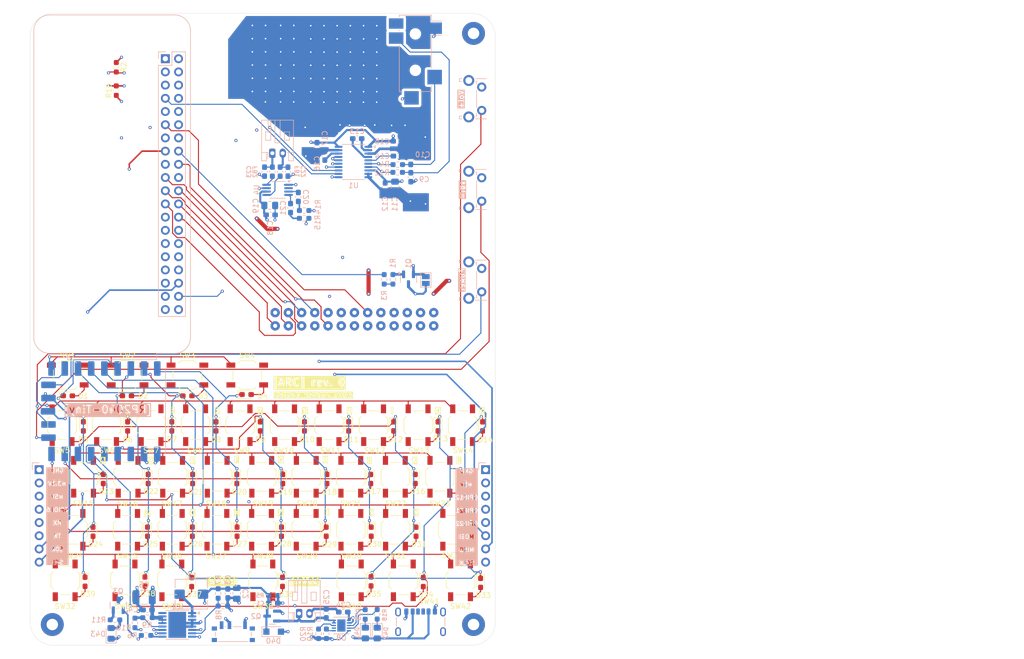
<source format=kicad_pcb>
(kicad_pcb (version 20241229) (generator "pcbnew") (generator_version "9.0")
  (layers (0 "F.Cu" mixed) (4 "In1.Cu" signal "Power.Cu") (6 "In2.Cu" signal "GND.Cu") (2 "B.Cu" jumper) (13 "F.Paste" user) (15 "B.Paste" user) (5 "F.SilkS" user "F.Silkscreen") (7 "B.SilkS" user "B.Silkscreen") (1 "F.Mask" user) (3 "B.Mask" user) (25 "Edge.Cuts" user))
  (net 0 "")
  (net 1 "Net-(D1-A)")
  (net 2 "Column 1")
  (net 3 "Column 2")
  (net 4 "Net-(D2-A)")
  (net 5 "Net-(D3-A)")
  (net 6 "Column 3")
  (net 7 "Column 4")
  (net 8 "Net-(D4-A)")
  (net 9 "Net-(D5-A)")
  (net 10 "Net-(D6-A)")
  (net 11 "Net-(D7-A)")
  (net 12 "Net-(D8-A)")
  (net 13 "Net-(D9-A)")
  (net 14 "Column 5")
  (net 15 "Net-(D10-A)")
  (net 16 "Column 6")
  (net 17 "Net-(D11-A)")
  (net 18 "Column 7")
  (net 19 "Column 8")
  (net 20 "Net-(D12-A)")
  (net 21 "Column 9")
  (net 22 "Net-(D13-A)")
  (net 23 "Net-(D14-A)")
  (net 24 "Column 10")
  (net 25 "Net-(D15-A)")
  (net 26 "Net-(D16-A)")
  (net 27 "Net-(D17-A)")
  (net 28 "Net-(D18-A)")
  (net 29 "Net-(D19-A)")
  (net 30 "Net-(D20-A)")
  (net 31 "Net-(D21-A)")
  (net 32 "Net-(D22-A)")
  (net 33 "Net-(D23-A)")
  (net 34 "Net-(D24-A)")
  (net 35 "Net-(D25-A)")
  (net 36 "Net-(D26-A)")
  (net 37 "Net-(D27-A)")
  (net 38 "Net-(D28-A)")
  (net 39 "Net-(D29-A)")
  (net 40 "Net-(D30-A)")
  (net 41 "Net-(D31-A)")
  (net 42 "Net-(D32-A)")
  (net 43 "Net-(D33-A)")
  (net 44 "Net-(D34-A)")
  (net 45 "Net-(D35-A)")
  (net 46 "Net-(D36-A)")
  (net 47 "Net-(D37-A)")
  (net 48 "Net-(D38-A)")
  (net 49 "Net-(D39-A)")
  (net 50 "Net-(Q1-B)")
  (net 51 "Net-(JP1-A)")
  (net 52 "Net-(R1-Pad2)")
  (net 53 "Net-(C21-Pad2)")
  (net 54 "ENABLE_BACKLIGHT")
  (net 55 "Net-(C10-Pad1)")
  (net 56 "Net-(U1-OUTL)")
  (net 57 "GPIO16")
  (net 58 "SCL")
  (net 59 "SDA")
  (net 60 "Net-(U1-OUTR)")
  (net 61 "Net-(C9-Pad1)")
  (net 62 "RXD0")
  (net 69 "LCD_CS")
  (net 70 "TP_Intrerrupt")
  (net 71 "TXD0")
  (net 76 "+5V")
  (net 77 "LCD_RS")
  (net 78 "RST")
  (net 79 "GPIO12")
  (net 82 "TP_CS")
  (net 83 "Line 1")
  (net 84 "Line 2")
  (net 85 "Line 4")
  (net 86 "Line 5")
  (net 87 "Vol Up")
  (net 88 "Vol Down")
  (net 89 "Power button")
  (net 90 "I2S LRCK")
  (net 91 "I2S BCK")
  (net 92 "GPIO21")
  (net 93 "Net-(U1-CAPM)")
  (net 94 "Net-(U1-VNEG)")
  (net 95 "I2S DIN")
  (net 96 "+3.3V")
  (net 97 "Net-(U1-CAPP)")
  (net 98 "Net-(U1-LDOO)")
  (net 99 "DAC_SCK")
  (net 100 "Net-(C22-Pad1)")
  (net 101 "Net-(U4-OUT+)")
  (net 102 "Net-(U4-OUT-)")
  (net 103 "Net-(C23-Pad2)")
  (net 105 "Net-(C20-Pad1)")
  (net 106 "Net-(U4-~{SD})")
  (net 107 "Net-(U4-IN+)")
  (net 108 "Net-(U4-IN-)")
  (net 112 "GPIO22")
  (net 115 "Line 3")
  (net 117 "SCLK")
  (net 118 "MOSI")
  (net 119 "MISO")
  (net 120 "CPGND")
  (net 121 "VBUS")
  (net 122 "Net-(D41-A)")
  (net 123 "VBAT")
  (net 124 "Net-(D41-K)")
  (net 125 "Net-(D42-K)")
  (net 126 "Net-(D43-A)")
  (net 128 "Net-(IC1-LBO)")
  (net 129 "Net-(IC1-FB)")
  (net 130 "PWR_EN")
  (net 131 "Net-(IC1-LBI)")
  (net 132 "Net-(IC1-SW_1)")
  (net 137 "PWR_LBO")
  (net 138 "Net-(U8-STAT1)")
  (net 139 "Net-(U8-STAT2)")
  (net 140 "Net-(U8-PROG)")
  (net 141 "Net-(U8-THERM)")
  (net 147 "VOUT")
  (footprint "Diode_SMD:D_0603_1608Metric_Pad1.05x0.95mm_HandSolder" (layer "F.Cu") (at 65 132 -90)
    (property "Reference" "D21")
    (property "Value" "1N4148W")
  )
  (footprint "Diode_SMD:D_0603_1608Metric_Pad1.05x0.95mm_HandSolder" (layer "F.Cu") (at 107.948658 142.136715 -90)
    (property "Reference" "D31")
    (property "Value" "1N4148W")
  )
  (footprint "Button_Switch_SMD:SW_SPST_TL3342" (layer "F.Cu") (at 44.034346 131.573756 90)
    (property "Reference" "SW15")
    (property "Value" "SW_Push")
  )
  (footprint "Diode_SMD:D_0603_1608Metric_Pad1.05x0.95mm_HandSolder" (layer "F.Cu") (at 41 116)
    (property "Reference" "D1")
    (property "Value" "1N4148W")
  )
  (footprint "Diode_SMD:D_0603_1608Metric_Pad1.05x0.95mm_HandSolder" (layer "F.Cu") (at 90.825 132 -90)
    (property "Reference" "D18")
    (property "Value" "1N4148W")
  )
  (footprint "Diode_SMD:D_0603_1608Metric_Pad1.05x0.95mm_HandSolder" (layer "F.Cu") (at 82.273841 151.796817 -90)
    (property "Reference" "D36")
    (property "Value" "1N4148W")
  )
  (footprint "Diode_SMD:D_0603_1608Metric_Pad1.05x0.95mm_HandSolder" (layer "F.Cu") (at 52.5 121.875 -90)
    (property "Reference" "D6")
    (property "Value" "1N4148W")
  )
  (footprint "MountingHole:MountingHole_2.2mm_M2_Pad" (layer "F.Cu") (at 38.025 160)
    (property "Reference" "H4" (hide yes))
    (property "Value" "MountingHole")
  )
  (footprint "Button_Switch_SMD:SW_SPST_TL3342" (layer "F.Cu") (at 116.5 151.5 90)
    (property "Reference" "SW42")
    (property "Value" "SW_Push")
  )
  (footprint "MountingHole:MountingHole_2.2mm_M2_Pad" (layer "F.Cu") (at 119 46.275)
    (property "Reference" "H2" (hide yes))
    (property "Value" "MountingHole")
  )
  (footprint "Button_Switch_SMD:SW_SPST_TL3342" (layer "F.Cu") (at 95.409346 131.573756 90)
    (property "Reference" "SW21")
    (property "Value" "SW_Push")
  )
  (footprint "Diode_SMD:D_0603_1608Metric_Pad1.05x0.95mm_HandSolder" (layer "F.Cu") (at 64.949751 142.136715 -90)
    (property "Reference" "D26")
    (property "Value" "1N4148W")
  )
  (footprint "Button_Switch_SMD:SW_SPST_TL3342" (layer "F.Cu") (at 57.011111 121.65 90)
    (property "Reference" "SW7")
    (property "Value" "SW_Push")
  )
  (footprint "Button_Switch_SMD:SW_SPST_TL3342" (layer "F.Cu") (at 52.596846 131.573756 90)
    (property "Reference" "SW16")
    (property "Value" "SW_Push")
  )
  (footprint "Button_Switch_SMD:SW_SPST_TL3342" (layer "F.Cu") (at 52.5 141.778214 90)
    (property "Reference" "SW25")
    (property "Value" "SW_Push")
  )
  (footprint "Button_Switch_SMD:SW_SPST_TL3342" (layer "F.Cu") (at 69.721846 131.573756 90)
    (property "Reference" "SW18")
    (property "Value" "SW_Push")
  )
  (footprint "Button_Switch_SMD:SW_SPST_TL3342" (layer "F.Cu") (at 78.25 141.778214 90)
    (property "Reference" "SW28")
    (property "Value" "SW_Push")
  )
  (footprint "Diode_SMD:D_0603_1608Metric_Pad1.05x0.95mm_HandSolder" (layer "F.Cu") (at 120.734641 121.875 -90)
    (property "Reference" "D14")
    (property "Value" "1N4148W")
  )
  (footprint "Button_Switch_SMD:SW_SPST_TL3342" (layer "F.Cu") (at 104 141.778214 90)
    (property "Reference" "SW31")
    (property "Value" "SW_Push")
  )
  (footprint "Button_Switch_SMD:SW_SPST_TL3342" (layer "F.Cu") (at 91.233333 121.65 90)
    (property "Reference" "SW11")
    (property "Value" "SW_Push")
  )
  (footprint "Button_Switch_SMD:SW_SPST_TL3342" (layer "F.Cu") (at 103.971846 131.573756 90)
    (property "Reference" "SW22")
    (property "Value" "SW_Push")
  )
  (footprint "Diode_SMD:D_0603_1608Metric_Pad1.05x0.95mm_HandSolder" (layer "F.Cu") (at 82.087532 142.136715 -90)
    (property "Reference" "D28")
    (property "Value" "1N4148W")
  )
  (footprint "Button_Switch_SMD:SW_SPST_TL3342" (layer "F.Cu") (at 48.455556 121.65 90)
    (property "Reference" "SW6")
    (property "Value" "SW_Push")
  )
  (footprint "Button_Switch_SMD:SW_SPST_TL3342" (layer "F.Cu") (at 61.083333 141.778214 90)
    (property "Reference" "SW26")
    (property "Value" "SW_Push")
  )
  (footprint "Diode_SMD:D_0603_1608Metric_Pad1.05x0.95mm_HandSolder" (layer "F.Cu") (at 78 121.875 -90)
    (property "Reference" "D9")
    (property "Value" "1N4148W")
  )
  (footprint "Button_Switch_SMD:SW_SPST_TL3342" (layer "F.Cu") (at 112.534346 131.573756 90)
    (property "Reference" "SW23")
    (property "Value" "SW_Push")
  )
  (footprint "Button_Switch_SMD:SW_SPST_TL3342" (layer "F.Cu") (at 78.284346 131.573756 90)
    (property "Reference" "SW19")
    (property "Value" "SW_Push")
  )
  (footprint "Button_Switch_SMD:SW_SPST_TL3342" (layer "F.Cu") (at 78.5 151.5 90)
    (property "Reference" "SW38")
    (property "Value" "SW_Push")
  )
  (footprint "Diode_SMD:D_0603_1608Metric_Pad1.05x0.95mm_HandSolder" (layer "F.Cu") (at 82.325 132 -90)
    (property "Reference" "D19")
    (property "Value" "1N4148W")
  )
  (footprint "Diode_SMD:D_0603_1608Metric_Pad1.05x0.95mm_HandSolder" (layer "F.Cu") (at 90.681642 142.136715 -90)
    (property "Reference" "D29")
    (property "Value" "1N4148W")
  )
  (footprint "Diode_SMD:D_0603_1608Metric_Pad1.05x0.95mm_HandSolder" (layer "F.Cu") (at 44 121.875 -90)
    (property "Reference" "D5")
    (property "Value" "1N4148W")
  )
  (footprint "Diode_SMD:D_0603_1608Metric_Pad1.05x0.95mm_HandSolder" (layer "F.Cu") (at 52.375 116)
    (property "Reference" "D2")
    (property "Value" "1N4148W")
  )
  (footprint "Button_Switch_SMD:SW_SPST_TL3342" (layer "F.Cu") (at 69.666667 141.778214 90)
    (property "Reference" "SW27")
    (property "Value" "SW_Push")
  )
  (footprint "Diode_SMD:D_0603_1608Metric_Pad1.05x0.95mm_HandSolder" (layer "F.Cu") (at 118.802364 142.136715 -90)
    (property "Reference" "D32")
    (property "Value" "1N4148W")
  )
  (footprint "Diode_SMD:D_0603_1608Metric_Pad1.05x0.95mm_HandSolder" (layer "F.Cu") (at 107.807058 132 -90)
    (property "Reference" "D16")
    (property "Value" "1N4148W")
  )
  (footprint "Button_Switch_SMD:SW_SPST_TL3342" (layer "F.Cu") (at 95.5 151.5 90)
    (property "Reference" "SW40")
    (property "Value" "SW_Push")
  )
  (footprint "Button_Switch_SMD:SW_SPST_TL3342" (layer "F.Cu") (at 52.5 112)
    (property "Reference" "SW2")
    (property "Value" "SW_Push")
  )
  (footprint "Button_Switch_SMD:SW_SPST_TL3342" (layer "F.Cu") (at 86.846846 131.573756 90)
    (property "Reference" "SW20")
    (property "Value" "SW_Push")
  )
  (footprint "Button_Switch_SMD:SW_SPST_TL3342" (layer "F.Cu") (at 116.9 121.65 90)
    (property "Reference" "SW14")
    (property "Value" "SW_Push")
  )
  (footprint "Diode_SMD:D_0603_1608Metric_Pad1.05x0.95mm_HandSolder" (layer "F.Cu") (at 120.357962 151.982962 -90)
    (property "Reference" "D33")
    (property "Value" "1N4148W")
  )
  (footprint "Resistor_SMD:R_0603_1608Metric_Pad0.98x0.95mm_HandSolder" (layer "F.Cu") (at 50.325 52.7875 -90)
    (property "Reference" "R2")
    (property "Value" "4.5k")
  )
  (footprint "Button_Switch_SMD:SW_SPST_TL3342" (layer "F.Cu") (at 115 141.778214 90)
    (property "Reference" "SW33")
    (property "Value" "SW_Push")
  )
  (footprint "Resistor_SMD:R_0603_1608Metric_Pad0.98x0.95mm_HandSolder" (layer "F.Cu") (at 50.325 57.2875 90)
    (property "Reference" "R16")
    (property "Value" "4.5k")
  )
  (footprint "Diode_SMD:D_0603_1608Metric_Pad1.05x0.95mm_HandSolder" (layer "F.Cu") (at 109.341073 151.827627 -90)
    (property "Reference" "D34")
    (property "Value" "1N4148W")
  )
  (footprint "Button_Switch_SMD:SW_SPST_TL3342" (layer "F.Cu") (at 64 112)
    (property "Reference" "SW3")
    (property "Value" "SW_Push")
  )
  (footprint "Button_Switch_SMD:SW_SPST_TL3342" (layer "F.Cu") (at 74.122222 121.65 90)
    (property "Reference" "SW9")
    (property "Value" "SW_Push")
  )
  (footprint "Button_Switch_SMD:SW_SPST_TL3342" (layer "F.Cu") (at 99.788889 121.65 90)
    (property "Reference" "SW12")
    (property "Value" "SW_Push")
  )
  (footprint "Button_Switch_SMD:SW_SPST_TL3342" (layer "F.Cu") (at 42 141.778214 90)
    (property "Reference" "SW24")
    (property "Value" "SW_Push")
  )
  (footprint "Diode_SMD:D_0603_1608Metric_Pad1.05x0.95mm_HandSolder" (layer "F.Cu") (at 47.820489 132 -90)
    (property "Reference" "D23")
    (property "Value" "1N4148W")
  )
  (footprint "Diode_SMD:D_0603_1608Metric_Pad1.05x0.95mm_HandSolder" (layer "F.Cu") (at 99.337411 142.136715 -90)
    (property "Reference" "D30")
    (property "Value" "1N4148W")
  )
  (footprint "Diode_SMD:D_0603_1608Metric_Pad1.05x0.95mm_HandSolder" (layer "F.Cu") (at 69.5 121.875 -90)
    (property "Reference" "D8")
    (property "Value" "1N4148W")
  )
  (footprint "Diode_SMD:D_0603_1608Metric_Pad1.05x0.95mm_HandSolder" (layer "F.Cu") (at 99.242046 132 -90)
    (property "Reference" "D17")
    (property "Value" "1N4148W")
  )
  (footprint "MountingHole:MountingHole_2.2mm_M2_Pad" (layer "F.Cu") (at 119 160)
    (property "Reference" "H3" (hide yes))
    (property "Value" "MountingHole")
  )
  (footprint "Button_Switch_SMD:SW_SPST_TL3342" (layer "F.Cu") (at 105.5 151.5 90)
    (property "Reference" "SW41")
    (property "Value" "SW_Push")
  )
  (footprint "Diode_SMD:D_0603_1608Metric_Pad1.05x0.95mm_HandSolder" (layer "F.Cu") (at 61 121.875 -90)
    (property "Reference" "D7")
    (property "Value" "1N4148W")
  )
  (footprint "Diode_SMD:D_0603_1608Metric_Pad1.05x0.95mm_HandSolder" (layer "F.Cu") (at 73.544926 142.136715 -90)
    (property "Reference" "D27")
    (property "Value" "1N4148W")
  )
  (footprint "Diode_SMD:D_0603_1608Metric_Pad1.05x0.95mm_HandSolder" (layer "F.Cu") (at 95 121.875 -90)
    (property "Reference" "D11")
    (property "Value" "1N4148W")
  )
  (footprint "Button_Switch_SMD:SW_SPST_TL3342" (layer "F.Cu") (at 52 151.5 90)
    (property "Reference" "SW34")
    (property "Value" "SW_Push")
  )
  (footprint "Button_Switch_SMD:SW_SPST_TL3342" (layer "F.Cu") (at 65.566667 121.65 90)
    (property "Reference" "SW8")
    (property "Value" "SW_Push")
  )
  (footprint "Diode_SMD:D_0603_1608Metric_Pad1.05x0.95mm_HandSolder" (layer "F.Cu") (at 64.810754 151.832025 -90)
    (property "Reference" "D37")
    (property "Value" "1N4148W")
  )
  (footprint "Button_Switch_SMD:SW_SPST_TL3342" (layer "F.Cu") (at 108.344444 121.65 90)
    (property "Reference" "SW13")
    (property "Value" "SW_Push")
  )
  (footprint "Button_Switch_SMD:SW_SPST_TL3342" (layer "F.Cu") (at 61 151.5 90)
    (property "Reference" "SW35")
    (property "Value" "SW_Push")
  )
  (footprint "Diode_SMD:D_0603_1608Metric_Pad1.05x0.95mm_HandSolder" (layer "F.Cu") (at 75.375 115.75)
    (property "Reference" "D4")
    (property "Value" "1N4148W")
  )
  (footprint "Diode_SMD:D_0603_1608Metric_Pad1.05x0.95mm_HandSolder" (layer "F.Cu") (at 99.298286 151.701714 -90)
    (property "Reference" "D35")
    (property "Value" "1N4148W")
  )
  (footprint "Diode_SMD:D_0603_1608Metric_Pad1.05x0.95mm_HandSolder" (layer "F.Cu") (at 116.5 132 -90)
    (property "Reference" "D15")
    (property "Value" "1N4148W")
  )
  (footprint "Diode_SMD:D_0603_1608Metric_Pad1.05x0.95mm_HandSolder" (layer "F.Cu") (at 44.319794 151.766805 -90)
    (property "Reference" "D39")
    (property "Value" "1N4148W")
  )
  (footprint "Diode_SMD:D_0603_1608Metric_Pad1.05x0.95mm_HandSolder" (layer "F.Cu") (at 73.5 132 -90)
    (property "Reference" "D20")
    (property "Value" "1N4148W")
  )
  (footprint "Diode_SMD:D_0603_1608Metric_Pad1.05x0.95mm_HandSolder" (layer "F.Cu") (at 45.85373 142.136715 -90)
    (property "Reference" "D24")
    (property "Value" "1N4148W")
  )
  (footprint "Diode_SMD:D_0603_1608Metric_Pad1.05x0.95mm_HandSolder" (layer "F.Cu") (at 64 116)
    (property "Reference" "D3")
    (property "Value" "1N4148W")
  )
  (footprint "Button_Switch_SMD:SW_SPST_TL3342" (layer "F.Cu") (at 86.833333 141.778214 90)
    (property "Reference" "SW29")
    (property "Value" "SW_Push")
  )
  (footprint "Button_Switch_SMD:SW_SPST_TL3342" (layer "F.Cu") (at 41 112)
    (property "Reference" "SW1")
    (property "Value" "SW_Push")
  )
  (footprint "Diode_SMD:D_0603_1608Metric_Pad1.05x0.95mm_HandSolder" (layer "F.Cu") (at 103.648456 121.875 -90)
    (property "Reference" "D12")
    (property "Value" "1N4148W")
  )
  (footprint "Diode_SMD:D_0603_1608Metric_Pad1.05x0.95mm_HandSolder" (layer "F.Cu") (at 86.5 121.875 -90)
    (property "Reference" "D10")
    (property "Value" "1N4148W")
  )
  (footprint "Button_Switch_SMD:SW_SPST_TL3342" (layer "F.Cu") (at 39.9 121.65 90)
    (property "Reference" "SW5")
    (property "Value" "SW_Push")
  )
  (footprint "arc:3.5inch Display" (layer "F.Cu") (at 76.07 80.04)
    (property "Reference" "RPi screen1" (hide yes))
    (property "Value" "~" (hide yes))
  )
  (footprint "Button_Switch_SMD:SW_SPST_TL3342" (layer "F.Cu") (at 40.5 151.5 90)
    (property "Reference" "SW32")
    (property "Value" "SW_Push")
  )
  (footprint "Button_Switch_SMD:SW_SPST_TL3342" (layer "F.Cu") (at 95.416667 141.778214 90)
    (property "Reference" "SW30")
    (property "Value" "SW_Push")
  )
  (footprint "Button_Switch_SMD:SW_SPST_TL3342" (layer "F.Cu") (at 75.5 112)
    (property "Reference" "SW4")
    (property "Value" "SW_Push")
  )
  (footprint "Diode_SMD:D_0603_1608Metric_Pad1.05x0.95mm_HandSolder" (layer "F.Cu") (at 112.170587 121.875 -90)
    (property "Reference" "D13")
    (property "Value" "1N4148W")
  )
  (footprint "Diode_SMD:D_0603_1608Metric_Pad1.05x0.95mm_HandSolder" (layer "F.Cu") (at 56.328047 142.136715 -90)
    (property "Reference" "D25")
    (property "Value" "1N4148W")
  )
  (footprint "Diode_SMD:D_0603_1608Metric_Pad1.05x0.95mm_HandSolder" (layer "F.Cu") (at 55.832756 151.726402 -90)
    (property "Reference" "D38")
    (property "Value" "1N4148W")
  )
  (footprint "Diode_SMD:D_0603_1608Metric_Pad1.05x0.95mm_HandSolder" (layer "F.Cu") (at 56.45087 132 -90)
    (property "Reference" "D22")
    (property "Value" "1N4148W")
  )
  (footprint "Button_Switch_SMD:SW_SPST_TL3342" (layer "F.Cu") (at 82.677778 121.65 90)
    (property "Reference" "SW10")
    (property "Value" "SW_Push")
  )
  (footprint "Button_Switch_SMD:SW_SPST_TL3342" (layer "F.Cu") (at 61.159346 131.573756 90)
    (property "Reference" "SW17")
    (property "Value" "SW_Push")
  )
  (footprint "Button_Switch_THT:SW_Tactile_SPST_Angled_PTS645Vx31-2LFS" (layer "B.Cu") (at 120.575 61.1 90)
    (property "Reference" "SW37" (hide yes))
    (property "Value" "SW_Push")
  )
  (footprint "Capacitor_SMD:C_0603_1608Metric_Pad1.08x0.95mm_HandSolder" (layer "B.Cu") (at 78.825 72.875 90)
    (property "Reference" "C23")
    (property "Value" "220pF")
  )
  (footprint "Button_Switch_THT:SW_Tactile_SPST_Angled_PTS645Vx31-2LFS" (layer "B.Cu") (at 120.575 78.55 90)
    (property "Reference" "SW39" (hide yes))
    (property "Value" "SW_Push")
  )
  (footprint "Capacitor_SMD:C_0603_1608Metric_Pad1.08x0.95mm_HandSolder" (layer "B.Cu") (at 71.767094 154.0125 -90)
    (property "Reference" "C3")
    (property "Value" "0.1uF")
  )
  (footprint "Resistor_SMD:R_0603_1608Metric_Pad0.98x0.95mm_HandSolder" (layer "B.Cu") (at 56.322818 158.686099 180)
    (property "Reference" "R9")
    (property "Value" "1.69M")
  )
  (footprint "Inductor_SMD:L_Bourns_SRP5030T" (layer "B.Cu") (at 64.747818 154.161099 180)
    (property "Reference" "L1")
    (property "Value" "6.8uH")
  )
  (footprint "Capacitor_SMD:C_0603_1608Metric_Pad1.08x0.95mm_HandSolder" (layer "B.Cu") (at 83.325 72.875 -90)
    (property "Reference" "C22")
    (property "Value" "220pF")
  )
  (footprint "Capacitor_SMD:C_0603_1608Metric_Pad1.08x0.95mm_HandSolder" (layer "B.Cu") (at 88.914891 68.153012 90)
    (property "Reference" "C16")
    (property "Value" "0.1uF")
  )
  (footprint "Jumper:SolderJumper-2_P1.3mm_Open_Pad1.0x1.5mm" (layer "B.Cu") (at 109.825 93.725 90)
    (property "Reference" "JP1" (hide yes))
    (property "Value" "SolderJumper_2_Open")
  )
  (footprint "Capacitor_SMD:C_0603_1608Metric_Pad1.08x0.95mm_HandSolder" (layer "B.Cu") (at 104.457096 69.875)
    (property "Reference" "C14")
    (property "Value" "2.2uF")
  )
  (footprint "Capacitor_SMD:C_1210_3225Metric_Pad1.33x2.70mm_HandSolder" (layer "B.Cu") (at 55.675816 154.736867 180)
    (property "Reference" "C5")
    (property "Value" "220uF")
  )
  (footprint "Capacitor_SMD:C_0603_1608Metric_Pad1.08x0.95mm_HandSolder" (layer "B.Cu") (at 90.414891 69.790512 90)
    (property "Reference" "C17")
    (property "Value" "0.1uF")
  )
  (footprint "Module:Raspberry_Pi_Zero_Socketed_THT_FaceDown_MountingHoles" (layer "B.Cu") (at 59.755 51.145 180)
    (property "Reference" "U2" (hide yes))
    (property "Value" "Raspberry pi Zero 2 w")
  )
  (footprint "Resistor_SMD:R_0603_1608Metric_Pad0.98x0.95mm_HandSolder" (layer "B.Cu") (at 90.712232 161.771966 90)
    (property "Reference" "R19")
    (property "Value" "1K")
  )
  (footprint "Button_Switch_THT:SW_Tactile_SPST_Angled_PTS645Vx31-2LFS" (layer "B.Cu") (at 120.575 96 90)
    (property "Reference" "SW43" (hide yes))
    (property "Value" "SW_Push")
  )
  (footprint "Resistor_SMD:R_0603_1608Metric_Pad0.98x0.95mm_HandSolder" (layer "B.Cu") (at 89.203967 161.777472 90)
    (property "Reference" "R20")
    (property "Value" "10K")
  )
  (footprint "Resistor_SMD:R_0603_1608Metric_Pad0.98x0.95mm_HandSolder" (layer "B.Cu") (at 103.5 93.5875 -90)
    (property "Reference" "R1")
    (property "Value" "2K")
  )
  (footprint "Inductor_SMD:L_0603_1608Metric_Pad1.05x0.95mm_HandSolder" (layer "B.Cu") (at 80.325 72.875 90)
    (property "Reference" "FB2")
    (property "Value" "FerriteBead_Small")
  )
  (footprint "Resistor_SMD:R_0603_1608Metric_Pad0.98x0.95mm_HandSolder" (layer "B.Cu") (at 100.481545 158.030064 90)
    (property "Reference" "R18")
    (property "Value" "470")
  )
  (footprint "Capacitor_SMD:C_0603_1608Metric_Pad1.08x0.95mm_HandSolder" (layer "B.Cu") (at 104.414891 67.015512 180)
    (property "Reference" "C15")
    (property "Value" "0.1uF")
  )
  (footprint "Capacitor_SMD:C_0603_1608Metric_Pad1.08x0.95mm_HandSolder" (layer "B.Cu") (at 93.959721 157.601735 180)
    (property "Reference" "C24")
    (property "Value" "2.2uF")
  )
  (footprint "Resistor_SMD:R_0603_1608Metric_Pad0.98x0.95mm_HandSolder" (layer "B.Cu") (at 86.437499 80.35 180)
    (property "Reference" "R14")
    (property "Value" "10K")
  )
  (footprint "Capacitor_SMD:C_0603_1608Metric_Pad1.08x0.95mm_HandSolder" (layer "B.Cu") (at 56.336395 157.185949 180)
    (property "Reference" "C4")
    (property "Value" "2.2uF")
  )
  (footprint "Package_SO:MSOP-8_3x3mm_P0.65mm" (layer "B.Cu") (at 81.325 76.375 180)
    (property "Reference" "U4")
    (property "Value" "PAM8302AAD")
  )
  (footprint "LED_SMD:LED_0805_2012Metric_Pad1.15x1.40mm_HandSolder" (layer "B.Cu") (at 49.325 161.702437 90)
    (property "Reference" "D43")
    (property "Value" "LED")
  )
  (footprint "Connector_JST:JST_PH_S2B-PH-K_1x02_P2.00mm_Horizontal" (layer "B.Cu") (at 85.468177 157.875)
    (property "Reference" "J2" (hide yes))
    (property "Value" "Conn_01x02_Pin")
  )
  (footprint "Capacitor_SMD:C_0603_1608Metric_Pad1.08x0.95mm_HandSolder" (layer "B.Cu") (at 80.501387 155.885266)
    (property "Reference" "C1")
    (property "Value" "2.2uF")
  )
  (footprint "Resistor_SMD:R_0603_1608Metric_Pad0.98x0.95mm_HandSolder" (layer "B.Cu") (at 69.905039 154.025198 -90)
    (property "Reference" "R7")
    (property "Value" "2.1M")
  )
  (footprint "Resistor_SMD:R_0603_1608Metric_Pad0.98x0.95mm_HandSolder" (layer "B.Cu") (at 70.819441 156.437796)
    (property "Reference" "R8")
    (property "Value" "390K")
  )
  (footprint "Connector_USB:USB_C_Receptacle_GCT_USB4125-xx-x_6P_TopMnt_Horizontal" (layer "B.Cu") (at 108.825 160.575 180)
    (property "Reference" "P1" (hide yes))
    (property "Value" "USB_C_Plug_USB2.0")
  )
  (footprint "Resistor_SMD:R_0603_1608Metric_Pad0.98x0.95mm_HandSolder" (layer "B.Cu") (at 86.437499 81.85 180)
    (property "Reference" "R15")
    (property "Value" "10K")
  )
  (footprint "Capacitor_SMD:C_0603_1608Metric_Pad1.08x0.95mm_HandSolder" (layer "B.Cu") (at 96.639891 66.515512 180)
    (property "Reference" "C13")
    (property "Value" "2.2uF")
  )
  (footprint "LED_SMD:LED_0805_2012Metric_Pad1.15x1.40mm_HandSolder" (layer "B.Cu") (at 98.199648 161.633438 -90)
    (property "Reference" "D41")
    (property "Value" "LED")
  )
  (footprint "Resistor_SMD:R_0603_1608Metric_Pad0.98x0.95mm_HandSolder" (layer "B.Cu") (at 50.078254 159.095666)
    (property "Reference" "R11")
    (property "Value" "470")
  )
  (footprint "Connector_Audio:Jack_3.5mm_CUI_SJ2-3593D-SMT_Horizontal" (layer "B.Cu") (at 107.825 48.875 180)
    (property "Reference" "J1" (hide yes))
    (property "Value" "AudioJack3_Ground_SwitchTR")
  )
  (footprint "Resistor_SMD:R_0603_1608Metric_Pad0.98x0.95mm_HandSolder" (layer "B.Cu") (at 53.910318 159.686099 -90)
    (property "Reference" "R10")
    (property "Value" "180K")
  )
  (footprint "Capacitor_SMD:C_0603_1608Metric_Pad1.08x0.95mm_HandSolder" (layer "B.Cu") (at 79.994743 81.19326)
    (property "Reference" "C18")
    (property "Value" "1uF")
  )
  (footprint "Capacitor_SMD:C_0805_2012Metric_Pad1.18x1.45mm_HandSolder" (layer "B.Cu") (at 73.482679 153.995179 -90)
    (property "Reference" "C2")
    (property "Value" "10uF")
  )
  (footprint "Capacitor_SMD:C_0603_1608Metric_Pad1.08x0.95mm_HandSolder" (layer "B.Cu") (at 106.942635 73.94078 -90)
    (property "Reference" "C9")
    (property "Value" "2.2nF")
  )
  (footprint "Resistor_SMD:R_0603_1608Metric_Pad0.98x0.95mm_HandSolder" (layer "B.Cu") (at 104.414891 73.007108)
    (property "Reference" "R12")
    (property "Value" "470")
  )
  (footprint "Resistor_SMD:R_0603_1608Metric_Pad0.98x0.95mm_HandSolder" (layer "B.Cu") (at 80.501387 154.405391)
    (property "Reference" "R5")
    (property "Value" "1K")
  )
  (footprint "LED_SMD:LED_0805_2012Metric_Pad1.15x1.40mm_HandSolder" (layer "B.Cu") (at 100.481545 161.640733 -90)
    (property "Reference" "D42")
    (property "Value" "LED")
  )
  (footprint "Diode_SMD:Nexperia_CFP3_SOD-123W" (layer "B.Cu") (at 80.578489 161.375)
    (property "Reference" "D40")
    (property "Value" "PMEG4020ER, 115")
  )
  (footprint "Capacitor_SMD:C_0603_1608Metric_Pad1.08x0.95mm_HandSolder" (layer "B.Cu") (at 90.687887 157.862375 90)
    (property "Reference" "C25")
    (property "Value" "2.2uF")
  )
  (footprint "Resistor_SMD:R_0603_1608Metric_Pad0.98x0.95mm_HandSolder" (layer "B.Cu") (at 98.175498 158.058349 90)
    (property "Reference" "R13")
    (property "Value" "470")
  )
  (footprint "Capacitor_SMD:C_0805_2012Metric_Pad1.18x1.45mm_HandSolder" (layer "B.Cu") (at 103.900374 75.830912 90)
    (property "Reference" "C11")
    (property "Value" "10uF")
  )
  (footprint "Connector_PinSocket_2.54mm:PinSocket_1x08_P2.54mm_Vertical" (layer "B.Cu") (at 121.325 130.214386 180)
    (property "Reference" "J5" (hide yes))
    (property "Value" "Conn_01x08_Socket")
  )
  (footprint "Package_SO:HTSSOP-16-1EP_4.4x5mm_P0.65mm_EP3.4x5mm_Mask2.66x2.46mm" (layer "B.Cu") (at 62.047818 160.061099 180)
    (property "Reference" "IC1")
    (property "Value" "TPS61032PWP")
  )
  (footprint "Connector_JST:JST_PH_S2B-PH-K_1x02_P2.00mm_Horizontal" (layer "B.Cu") (at 80.325 69.325)
    (property "Reference" "LS1" (hide yes))
    (property "Value" "Speaker")
  )
  (footprint "Package_SO:TSSOP-20_4.4x6.5mm_P0.65mm" (layer "B.Cu") (at 95.914891 71.015512 180)
    (property "Reference" "U1")
    (property "Value" "PCM5102A")
  )
  (footprint "Capacitor_SMD:C_0603_1608Metric_Pad1.08x0.95mm_HandSolder" (layer "B.Cu") (at 106.931249 70.615999 90)
    (property "Reference" "C10")
    (property "Value" "2.2nF")
  )
  (footprint "Capacitor_SMD:C_0603_1608Metric_Pad1.08x0.95mm_HandSolder" (layer "B.Cu") (at 102.014846 75.893082 90)
    (property "Reference" "C12")
    (property "Value" "0.1uF")
  )
  (footprint "Connector_PinSocket_2.54mm:PinSocket_1x08_P2.54mm_Vertical" (layer "B.Cu") (at 35.5 130.22 180)
    (property "Reference" "J4" (hide yes))
    (property "Value" "Conn_01x08_Socket")
  )
  (footprint "Resistor_SMD:R_0603_1608Metric_Pad0.98x0.95mm_HandSolder" (layer "B.Cu") (at 104.435395 71.515512)
    (property "Reference" "R4")
    (property "Value" "470")
  )
  (footprint "Package_DFN_QFN:DFN-10-1EP_3x3mm_P0.5mm_EP1.58x2.35mm" (layer "B.Cu") (at 93.593382 160.185319 180)
    (property "Reference" "U8")
    (property "Value" "MCP73833-xxx-MF")
  )
  (footprint "RP2040-Tiny_kicad-main:RP2040-Tiny-smd" (layer "B.Cu") (at 59.790275 127.971367 90)
    (property "Reference" "U3" (hide yes))
    (property "Value" "RP2040-ZERO" (hide yes))
  )
  (footprint "Package_TO_SOT_SMD:SOT-23" (layer "B.Cu") (at 50.695873 156.312255 90)
    (property "Reference" "Q3")
    (property "Value" "BSS84")
  )
  (footprint "Capacitor_SMD:C_0805_2012Metric_Pad1.18x1.45mm_HandSolder" (layer "B.Cu") (at 79.825 79.375)
    (property "Reference" "C19")
    (property "Value" "10uF")
  )
  (footprint "Resistor_SMD:R_0603_1608Metric_Pad0.98x0.95mm_HandSolder" (layer "B.Cu") (at 56.048263 162.094494)
    (property "Reference" "R6")
    (property "Value" "200K")
  )
  (footprint "Capacitor_SMD:C_0603_1608Metric_Pad1.08x0.95mm_HandSolder" (layer "B.Cu") (at 83.825 79.875 -90)
    (property "Reference" "C21")
    (property "Value" "0.1uF")
  )
  (footprint "Resistor_SMD:R_0603_1608Metric_Pad0.98x0.95mm_HandSolder" (layer "B.Cu") (at 101.825 93.5875 90)
    (property "Reference" "R3")
    (property "Value" "100")
  )
  (footprint "Inductor_SMD:L_0603_1608Metric_Pad1.05x0.95mm_HandSolder" (layer "B.Cu") (at 81.825 72.875 -90)
    (property "Reference" "FB1")
    (property "Value" "FerriteBead_Small")
  )
  (footprint "Package_TO_SOT_SMD:SOT-23" (layer "B.Cu") (at 80.2625 158.375 180)
    (property "Reference" "Q2")
    (property "Value" "BSS84")
  )
  (footprint "Package_TO_SOT_SMD:SOT-23" (layer "B.Cu") (at 106.5 93.5625 -90)
    (property "Reference" "Q1")
    (property "Value" "BC857")
  )
  (footprint "Button_Switch_SMD:SW_SPDT_PCM12" (layer "B.Cu") (at 72.825 161.545 180)
    (property "Reference" "SW44" (hide yes))
    (property "Value" "SW_SPDT")
  )
  (footprint "Capacitor_SMD:C_0603_1608Metric_Pad1.08x0.95mm_HandSolder" (layer "B.Cu") (at 85.325 77.7375 90)
    (property "Reference" "C20")
    (property "Value" "0.1uF")
  )
  (gr_line (start 105.414891 73.015512) (end 106.914891 73.015512) (stroke (width 0.2)) (layer "B.Cu") (net 61))
  (gr_line (start 105.414891 71.515512) (end 106.914891 71.515512) (stroke (width 0.2)) (layer "B.Cu") (net 55))
  (gr_line (start 123.203018 46.942297) (end 123.203018 159.484355) (stroke (width 0.05)) (layer "Edge.Cuts"))
  (gr_line (start 33.753018 159.484355) (end 33.753018 46.93436) (stroke (width 0.05)) (layer "Edge.Cuts"))
  (gr_arc (start 123.203018 159.484355) (mid 121.885 162.666338) (end 118.703018 163.984355) (stroke (width 0.05)) (layer "Edge.Cuts"))
  (gr_arc (start 118.703018 42.434355) (mid 121.885003 43.752378) (end 123.203018 46.934355) (stroke (width 0.05)) (layer "Edge.Cuts"))
  (gr_line (start 38.25302 42.434355) (end 118.703018 42.434355) (stroke (width 0.05)) (layer "Edge.Cuts"))
  (gr_line (start 118.70302 163.984355) (end 38.253018 163.984355) (stroke (width 0.05)) (layer "Edge.Cuts"))
  (gr_arc (start 38.253018 163.984355) (mid 35.071042 162.666339) (end 33.753018 159.484355) (stroke (width 0.05)) (layer "Edge.Cuts"))
  (gr_arc (start 33.753018 46.934355) (mid 35.071036 43.752374) (end 38.253018 42.434355) (stroke (width 0.05)) (layer "Edge.Cuts"))
  (gr_text "S" (at 56.350167 129.097616 0) (layer "F.SilkS" knockout) (effects (font (size 1 1) (thickness 0.2) (bold yes)) (justify left bottom)))
  (gr_text "M\n" (at 107.263802 139.050605 0) (layer "F.SilkS" knockout) (effects (font (size 1 1) (thickness 0.2) (bold yes)) (justify left bottom)))
  (gr_text "R" (at 69 119.5 0) (layer "F.SilkS" knockout) (effects (font (size 1 1) (thickness 0.2) (bold yes)) (justify left bottom)))
  (gr_text "Istratie Stefan 2025" (at 80.423215 116.468642 0) (layer "F.SilkS" knockout) (effects (font (size 1 1) (thickness 0.1)) (justify left bottom)))
  (gr_text "B" (at 90.111924 138.990556 0) (layer "F.SilkS" knockout) (effects (font (size 1 1) (thickness 0.2) (bold yes)) (justify left bottom)))
  (gr_text "Q\n" (at 43.265 119.5 0) (layer "F.SilkS" knockout) (effects (font (size 1 1) (thickness 0.2) (bold yes)) (justify left bottom)))
  (gr_text "O" (at 111.5 119.5 0) (layer "F.SilkS" knockout) (effects (font (size 1 1) (thickness 0.2) (bold yes)) (justify left bottom)))
  (gr_text "I\n" (at 103 119.5 0) (layer "F.SilkS" knockout) (effects (font (size 1 1) (thickness 0.2) (bold yes)) (justify left bottom)))
  (gr_text "N\n" (at 98.709395 139.062678 0) (layer "F.SilkS" knockout) (effects (font (size 1 1) (thickness 0.2) (bold yes)) (justify left bottom)))
  (gr_text "D" (at 64.359268 129.023581 0) (layer "F.SilkS" knockout) (effects (font (size 1 1) (thickness 0.2) (bold yes)) (justify left bottom)))
  (gr_text "A" (at 47.170154 129.091196 0) (layer "F.SilkS" knockout) (effects (font (size 1 1) (thickness 0.2) (bold yes)) (justify left bottom)))
  (gr_text "J\n" (at 98.521467 129.034841 0) (layer "F.SilkS" knockout) (effects (font (size 1 1) (thickness 0.2) (bold yes)) (justify left bottom)))
  (gr_text "G" (at 81.359268 128.897337 0) (layer "F.SilkS" knockout) (effects (font (size 1 1) (thickness 0.2) (bold yes)) (justify left bottom)))
  (gr_text "[ARC] rev. 0\n" (at 80.251148 114.277614 0) (layer "F.SilkS" knockout) (effects (font (size 1.5 1.5) (thickness 0.2) (bold yes)) (justify left bottom)))
  (gr_text "W\n" (at 52 119.5 0) (layer "F.SilkS" knockout) (effects (font (size 1 1) (thickness 0.2) (bold yes)) (justify left bottom)))
  (gr_text "C" (at 72.859268 139.101795 0) (layer "F.SilkS" knockout) (effects (font (size 1 1) (thickness 0.2) (bold yes)) (justify left bottom)))
  (gr_text "U\n" (at 94.5 119.5 0) (layer "F.SilkS" knockout) (effects (font (size 1 1) (thickness 0.2) (bold yes)) (justify left bottom)))
  (gr_text "E\n" (at 60.5 119.5 0) (layer "F.SilkS" knockout) (effects (font (size 1 1) (thickness 0.2) (bold yes)) (justify left bottom)))
  (gr_text "L\n" (at 115.591657 129.034841 0) (layer "F.SilkS" knockout) (effects (font (size 1 1) (thickness 0.2) (bold yes)) (justify left bottom)))
  (gr_text "T\n" (at 77.5 119.5 0) (layer "F.SilkS" knockout) (effects (font (size 1 1) (thickness 0.2) (bold yes)) (justify left bottom)))
  (gr_text "Z\n" (at 55.720678 139.219067 0) (layer "F.SilkS" knockout) (effects (font (size 1 1) (thickness 0.2) (bold yes)) (justify left bottom)))
  (gr_text "F" (at 72.859268 128.897337 0) (layer "F.SilkS" knockout) (effects (font (size 1 1) (thickness 0.2) (bold yes)) (justify left bottom)))
  (gr_text "Y\n" (at 86 119.5 0) (layer "F.SilkS" knockout) (effects (font (size 1 1) (thickness 0.2) (bold yes)) (justify left bottom)))
  (gr_text "[SPACE]" (at 67.464662 152.215689 0) (layer "F.SilkS" knockout) (effects (font (size 1 1) (thickness 0.2) (bold yes)) (justify left bottom)))
  (gr_text "X" (at 64.359268 139.101795 0) (layer "F.SilkS" knockout) (effects (font (size 1 1) (thickness 0.2) (bold yes)) (justify left bottom)))
  (gr_text "[SPACE]" (at 83.5 152.215689 0) (layer "F.SilkS" knockout) (effects (font (size 1 1) (thickness 0.2) (bold yes)) (justify left bottom)))
  (gr_text "P\n" (at 120 119.5 0) (layer "F.SilkS" knockout) (effects (font (size 1 1) (thickness 0.2) (bold yes)) (justify left bottom)))
  (gr_text "H\n" (at 89.859268 128.897337 0) (layer "F.SilkS" knockout) (effects (font (size 1 1) (thickness 0.2) (bold yes)) (justify left bottom)))
  (gr_text "V" (at 81.359268 139.101795 0) (layer "F.SilkS" knockout) (effects (font (size 1 1) (thickness 0.2) (bold yes)) (justify left bottom)))
  (gr_text "K" (at 107.045302 129.057361 0) (layer "F.SilkS" knockout) (effects (font (size 1 1) (thickness 0.2) (bold yes)) (justify left bottom)))
  (gr_text "GND\n\n+5v\n\nGPIO12\n\nGPIO21\n\nGPIO22\n\nMOSI\n\nMISO\n\nSCLK" (at 117.671012 148.643878 0) (layer "B.SilkS" knockout) (effects (font (size 0.785 0.785) (thickness 0.157) (bold yes)) (justify bottom mirror)))
  (gr_text "Vol+\n" (at 117.237485 57.091773 90) (layer "B.SilkS" knockout) (effects (font (size 1 1) (thickness 0.2) (bold yes)) (justify left bottom mirror)))
  (gr_text "Vol-" (at 117.5 74.5 90) (layer "B.SilkS" knockout) (effects (font (size 1 1) (thickness 0.2) (bold yes)) (justify left bottom mirror)))
  (gr_text "Power" (at 117.378336 91.311162 90) (layer "B.SilkS" knockout) (effects (font (size 1 1) (thickness 0.2) (bold yes)) (justify left bottom mirror)))
  (gr_text "GND\n\n+3.3V\n\n+5V\n\nGPIO16\n\nRX\n\nTX\n\nSDA\n\nSCL" (at 39 148.5 0) (layer "B.SilkS" knockout) (effects (font (size 0.785 0.785) (thickness 0.157) (bold yes)) (justify bottom mirror)))
  (gr_text "[RP2040-Tiny]" (at 57.302525 119.5 0) (layer "B.SilkS" knockout) (effects (font (size 1.5 1.5) (thickness 0.2) (bold yes)) (justify left bottom mirror)))
  (segment (start 44.15 114.85) (end 44.15 113.9) (width 0.2) (layer "F.Cu") (net 1))
  (segment (start 41.875 116) (end 43 116) (width 0.2) (layer "F.Cu") (net 1))
  (segment (start 43 116) (end 44.15 114.85) (width 0.2) (layer "F.Cu") (net 1))
  (segment (start 39.676398 116) (end 39.190275 116.486123) (width 0.2) (layer "F.Cu") (net 2))
  (segment (start 44 121) (end 44 120) (width 0.2) (layer "F.Cu") (net 2))
  (segment (start 44.319794 150.891805) (end 44.319794 150.319794) (width 0.2) (layer "F.Cu") (net 2))
  (segment (start 45.85373 141.261715) (end 45.85373 140.64627) (width 0.2) (layer "F.Cu") (net 2))
  (segment (start 40.125 116) (end 39.676398 116) (width 0.2) (layer "F.Cu") (net 2))
  (segment (start 45.85373 140.64627) (end 46 140.5) (width 0.2) (layer "F.Cu") (net 2))
  (segment (start 47 131) (end 47.695489 131) (width 0.2) (layer "F.Cu") (net 2))
  (segment (start 47.695489 131) (end 47.820489 131.125) (width 0.2) (layer "F.Cu") (net 2))
  (segment (start 44.319794 150.319794) (end 44 150) (width 0.2) (layer "F.Cu") (net 2))
  (via (at 46 140.5) (size 0.6) (drill 0.3) (layers "F.Cu" "B.Cu") (net 2))
  (via (at 39.190275 116.486123) (size 0.6) (drill 0.3) (layers "F.Cu" "B.Cu") (net 2))
  (via (at 44 120) (size 0.6) (drill 0.3) (layers "F.Cu" "B.Cu") (net 2))
  (via (at 44 150) (size 0.6) (drill 0.3) (layers "F.Cu" "B.Cu") (net 2))
  (via (at 47 131) (size 0.6) (drill 0.3) (layers "F.Cu" "B.Cu") (net 2))
  (segment (start 44 120) (end 44 129) (width 0.2) (layer "B.Cu") (net 2))
  (segment (start 46 131) (end 47 131) (width 0.2) (layer "B.Cu") (net 2))
  (segment (start 50.580275 110.937001) (end 50.580275 111.351367) (width 0.2) (layer "B.Cu") (net 2))
  (segment (start 39.190275 116.486123) (end 42.704152 120) (width 0.2) (layer "B.Cu") (net 2))
  (segment (start 48.693641 109.050367) (end 50.580275 110.937001) (width 0.2) (layer "B.Cu") (net 2))
  (segment (start 42.306909 109.050367) (end 48.693641 109.050367) (width 0.2) (layer "B.Cu") (net 2))
  (segment (start 42.024275 109.333001) (end 42.306909 109.050367) (width 0.2) (layer "B.Cu") (net 2))
  (segment (start 46 131) (end 46 140.5) (width 0.2) (layer "B.Cu") (net 2))
  (segment (start 42.704152 120) (end 44 120) (width 0.2) (layer "B.Cu") (net 2))
  (segment (start 42.024275 113.652123) (end 42.024275 109.333001) (width 0.2) (layer "B.Cu") (net 2))
  (segment (start 39.190275 116.486123) (end 42.024275 113.652123) (width 0.2) (layer "B.Cu") (net 2))
  (segment (start 44 129) (end 46 131) (width 0.2) (layer "B.Cu") (net 2))
  (segment (start 46 140.5) (end 44 142.5) (width 0.2) (layer "B.Cu") (net 2))
  (segment (start 44 142.5) (end 44 150) (width 0.2) (layer "B.Cu") (net 2))
  (segment (start 56 150.684158) (end 55.832756 150.851402) (width 0.2) (layer "F.Cu") (net 3))
  (segment (start 56.5 141.089762) (end 56.328047 141.261715) (width 0.2) (layer "F.Cu") (net 3))
  (segment (start 56.5 131.07587) (end 56.45087 131.125) (width 0.2) (layer "F.Cu") (net 3))
  (segment (start 51.5 113.225) (end 51.5 116) (width 0.2) (layer "F.Cu") (net 3))
  (segment (start 56.5 130) (end 56.5 131.07587) (width 0.2) (layer "F.Cu") (net 3))
  (segment (start 52.325 112.4) (end 51.5 113.225) (width 0.2) (layer "F.Cu") (net 3))
  (segment (start 56 150) (end 56 150.684158) (width 0.2) (layer "F.Cu") (net 3))
  (segment (start 51.5 116) (end 50.5 116) (width 0.2) (layer "F.Cu") (net 3))
  (segment (start 52.5 121) (end 52.5 120) (width 0.2) (layer "F.Cu") (net 3))
  (segment (start 56.5 140) (end 56.5 141.089762) (width 0.2) (layer "F.Cu") (net 3))
  (segment (start 52.325 112.4) (end 52.325 112.296275) (width 0.2) (layer "F.Cu") (net 3))
  (via (at 52.325 112.4) (size 0.6) (drill 0.3) (layers "F.Cu" "B.Cu") (net 3))
  (via (at 56.5 140) (size 0.6) (drill 0.3) (layers "F.Cu" "B.Cu") (net 3))
  (via (at 56 150) (size 0.6) (drill 0.3) (layers "F.Cu" "B.Cu") (net 3))
  (via (at 52.5 120) (size 0.6) (drill 0.3) (layers "F.Cu" "B.Cu") (net 3))
  (via (at 56.5 130) (size 0.6) (drill 0.3) (layers "F.Cu" "B.Cu") (net 3))
  (via (at 50.5 116) (size 0.6) (drill 0.3) (layers "F.Cu" "B.Cu") (net 3))
  (segment (start 52.325 112.4) (end 53.120275 111.604725) (width 0.2) (layer "B.Cu") (net 3))
  (segment (start 50.5 118) (end 52.5 120) (width 0.2) (layer "B.Cu") (net 3))
  (segment (start 56.5 140) (end 56.5 149.5) (width 0.2) (layer "B.Cu") (net 3))
  (segment (start 56.5 130) (end 56.5 140) (width 0.2) (layer "B.Cu") (net 3))
  (segment (start 54.5 129) (end 54.5 122) (width 0.2) (layer "B.Cu") (net 3))
  (segment (start 55.5 130) (end 56.5 130) (width 0.2) (layer "B.Cu") (net 3))
  (segment (start 50.5 116) (end 50.5 118) (width 0.2) (layer "B.Cu") (net 3))
  (segment (start 54.5 122) (end 52.5 120) (width 0.2) (layer "B.Cu") (net 3))
  (segment (start 53.120275 111.604725) (end 53.120275 111.351367) (width 0.2) (layer "B.Cu") (net 3))
  (segment (start 55.5 130) (end 54.5 129) (width 0.2) (layer "B.Cu") (net 3))
  (segment (start 56.5 149.5) (end 56 150) (width 0.2) (layer "B.Cu") (net 3))
  (segment (start 55.65 115.35) (end 55.65 113.9) (width 0.2) (layer "F.Cu") (net 4))
  (segment (start 53.25 116) (end 55 116) (width 0.2) (layer "F.Cu") (net 4))
  (segment (start 55 116) (end 55.65 115.35) (width 0.2) (layer "F.Cu") (net 4))
  (segment (start 67.15 114.85) (end 67.15 113.9) (width 0.2) (layer "F.Cu") (net 5))
  (segment (start 64.875 116) (end 66 116) (width 0.2) (layer "F.Cu") (net 5))
  (segment (start 66 116) (end 67.15 114.85) (width 0.2) (layer "F.Cu") (net 5))
  (segment (start 65 140) (end 65 141.211466) (width 0.2) (layer "F.Cu") (net 6))
  (segment (start 63.125 116) (end 62 116) (width 0.2) (layer "F.Cu") (net 6))
  (segment (start 64.5 150.646271) (end 64.810754 150.957025) (width 0.2) (layer "F.Cu") (net 6))
  (segment (start 56.825 111.875) (end 57 112.05) (width 0.2) (layer "F.Cu") (net 6))
  (segment (start 61 120) (end 61 121) (width 0.2) (layer "F.Cu") (net 6))
  (segment (start 65 130) (end 65 131.125) (width 0.2) (layer "F.Cu") (net 6))
  (segment (start 57 112.05) (end 57 112.5) (width 0.2) (layer "F.Cu") (net 6))
  (segment (start 60.5 116) (end 62 116) (width 0.2) (layer "F.Cu") (net 6))
  (segment (start 57 112.5) (end 60.5 116) (width 0.2) (layer "F.Cu") (net 6))
  (segment (start 65 141.211466) (end 64.949751 141.261715) (width 0.2) (layer "F.Cu") (net 6))
  (segment (start 64.5 150) (end 64.5 150.646271) (width 0.2) (layer "F.Cu") (net 6))
  (via (at 56.825 111.875) (size 0.6) (drill 0.3) (layers "F.Cu" "B.Cu") (net 6))
  (via (at 65 130) (size 0.6) (drill 0.3) (layers "F.Cu" "B.Cu") (net 6))
  (via (at 64.5 150) (size 0.6) (drill 0.3) (layers "F.Cu" "B.Cu") (net 6))
  (via (at 65 140) (size 0.6) (drill 0.3) (layers "F.Cu" "B.Cu") (net 6))
  (via (at 61 120) (size 0.6) (drill 0.3) (layers "F.Cu" "B.Cu") (net 6))
  (via (at 62 116) (size 0.6) (drill 0.3) (layers "F.Cu" "B.Cu") (net 6))
  (segment (start 65 149.5) (end 64.5 150) (width 0.2) (layer "B.Cu") (net 6))
  (segment (start 62 116) (end 61 117) (width 0.2) (layer "B.Cu") (net 6))
  (segment (start 65 130) (end 65 140) (width 0.2) (layer "B.Cu") (net 6))
  (segment (start 61 126) (end 65 130) (width 0.2) (layer "B.Cu") (net 6))
  (segment (start 56.183908 111.875) (end 55.660275 111.351367) (width 0.2) (layer "B.Cu") (net 6))
  (segment (start 61 117) (end 61 120) (width 0.2) (layer "B.Cu") (net 6))
  (segment (start 61 120) (end 61 126) (width 0.2) (layer "B.Cu") (net 6))
  (segment (start 56.825 111.875) (end 56.183908 111.875) (width 0.2) (layer "B.Cu") (net 6))
  (segment (start 65 140) (end 65 149.5) (width 0.2) (layer "B.Cu") (net 6))
  (segment (start 73.75 115.75) (end 73.5 116) (width 0.2) (layer "F.Cu") (net 7))
  (segment (start 73.5 140) (end 73.5 141.216789) (width 0.2) (layer "F.Cu") (net 7))
  (segment (start 73.5 141.216789) (end 73.544926 141.261715) (width 0.2) (layer "F.Cu") (net 7))
  (segment (start 69.5 120) (end 69.5 121) (width 0.2) (layer "F.Cu") (net 7))
  (segment (start 74.5 115.75) (end 73.75 115.75) (width 0.2) (layer "F.Cu") (net 7))
  (segment (start 73.5 130) (end 73.5 131.125) (width 0.2) (layer "F.Cu") (net 7))
  (via (at 73.5 140) (size 0.6) (drill 0.3) (layers "F.Cu" "B.Cu") (net 7))
  (via (at 73.5 116) (size 0.6) (drill 0.3) (layers "F.Cu" "B.Cu") (net 7))
  (via (at 73.5 130) (size 0.6) (drill 0.3) (layers "F.Cu" "B.Cu") (net 7))
  (via (at 69.5 120) (size 0.6) (drill 0.3) (layers "F.Cu" "B.Cu") (net 7))
  (segment (start 71.5 116.5) (end 69.5 118.5) (width 0.2) (layer "B.Cu") (net 7))
  (segment (start 69.5 120) (end 69.5 126) (width 0.2) (layer "B.Cu") (net 7))
  (segment (start 69.5 118.5) (end 69.5 120) (width 0.2) (layer "B.Cu") (net 7))
  (segment (start 73.5 130) (end 73.5 140) (width 0.2) (layer "B.Cu") (net 7))
  (segment (start 69.5 126) (end 73.5 130) (width 0.2) (layer "B.Cu") (net 7))
  (segment (start 58.200275 111.351367) (end 66.351367 111.351367) (width 0.2) (layer "B.Cu") (net 7))
  (segment (start 73.5 116) (end 72 116) (width 0.2) (layer "B.Cu") (net 7))
  (segment (start 72 116) (end 71.5 116.5) (width 0.2) (layer "B.Cu") (net 7))
  (segment (start 66.351367 111.351367) (end 71.5 116.5) (width 0.2) (layer "B.Cu") (net 7))
  (segment (start 78.25 115.75) (end 78.65 115.35) (width 0.2) (layer "F.Cu") (net 8))
  (segment (start 76.25 115.75) (end 78.25 115.75) (width 0.2) (layer "F.Cu") (net 8))
  (segment (start 78.65 115.35) (end 78.65 113.9) (width 0.2) (layer "F.Cu") (net 8))
  (segment (start 44 124) (end 44 122.75) (width 0.2) (layer "F.Cu") (net 9))
  (segment (start 43.2 124.8) (end 44 124) (width 0.2) (layer "F.Cu") (net 9))
  (segment (start 41.8 124.8) (end 43.2 124.8) (width 0.2) (layer "F.Cu") (net 9))
  (segment (start 52.5 124) (end 52.5 122.75) (width 0.2) (layer "F.Cu") (net 10))
  (segment (start 50.355556 124.8) (end 51.7 124.8) (width 0.2) (layer "F.Cu") (net 10))
  (segment (start 51.7 124.8) (end 52.5 124) (width 0.2) (layer "F.Cu") (net 10))
  (segment (start 61 124) (end 61 122.75) (width 0.2) (layer "F.Cu") (net 11))
  (segment (start 60.2 124.8) (end 61 124) (width 0.2) (layer "F.Cu") (net 11))
  (segment (start 58.911111 124.8) (end 60.2 124.8) (width 0.2) (layer "F.Cu") (net 11))
  (segment (start 69.5 124) (end 69.5 122.75) (width 0.2) (layer "F.Cu") (net 12))
  (segment (start 67.466667 124.8) (end 68.7 124.8) (width 0.2) (layer "F.Cu") (net 12))
  (segment (start 68.7 124.8) (end 69.5 124) (width 0.2) (layer "F.Cu") (net 12))
  (segment (start 78 124) (end 78 122.75) (width 0.2) (layer "F.Cu") (net 13))
  (segment (start 77.2 124.8) (end 78 124) (width 0.2) (layer "F.Cu") (net 13))
  (segment (start 76.022222 124.8) (end 77.2 124.8) (width 0.2) (layer "F.Cu") (net 13))
  (segment (start 76.975 121.025) (end 74 124) (width 0.2) (layer "F.Cu") (net 14))
  (segment (start 82.5 150.695658) (end 82.273841 150.921817) (width 0.2) (layer "F.Cu") (net 14))
  (segment (start 74 124) (end 74 126) (width 0.2) (layer "F.Cu") (net 14))
  (segment (start 77.0901 119.901) (end 76.97055 120.02055) (width 0.2) (layer "F.Cu") (net 14))
  (segment (start 78 121) (end 78 120) (width 0.2) (layer "F.Cu") (net 14))
  (segment (start 82.5 150) (end 82.5 150.695658) (width 0.2) (layer "F.Cu") (net 14))
  (segment (start 51.75 126.25) (end 51.5 126) (width 0.2) (layer "F.Cu") (net 14))
  (segment (start 82 141.174183) (end 82.087532 141.261715) (width 0.2) (layer "F.Cu") (net 14))
  (segment (start 74 126) (end 73.75 126.25) (width 0.2) (layer "F.Cu") (net 14))
  (segment (start 78 120) (end 77.901 119.901) (width 0.2) (layer "F.Cu") (net 14))
  (segment (start 82 140) (end 82 141.174183) (width 0.2) (layer "F.Cu") (net 14))
  (segment (start 76.975 120.025) (end 76.975 121.025) (width 0.2) (layer "F.Cu") (net 14))
  (segment (start 73.75 126.25) (end 51.75 126.25) (width 0.2) (layer "F.Cu") (net 14))
  (segment (start 77.901 119.901) (end 77.0901 119.901) (width 0.2) (layer "F.Cu") (net 14))
  (segment (start 82.325 131.125) (end 82.325 130.325) (width 0.2) (layer "F.Cu") (net 14))
  (segment (start 82.325 130.325) (end 82 130) (width 0.2) (layer "F.Cu") (net 14))
  (segment (start 76.97055 120.02055) (end 76.975 120.025) (width 0.2) (layer "F.Cu") (net 14))
  (via (at 78 120) (size 0.6) (drill 0.3) (layers "F.Cu" "B.Cu") (net 14))
  (via (at 82 140) (size 0.6) (drill 0.3) (layers "F.Cu" "B.Cu") (net 14))
  (via (at 51.5 126) (size 0.6) (drill 0.3) (layers "F.Cu" "B.Cu") (net 14))
  (via (at 82.5 150) (size 0.6) (drill 0.3) (layers "F.Cu" "B.Cu") (net 14))
  (via (at 82 130) (size 0.6) (drill 0.3) (layers "F.Cu" "B.Cu") (net 14))
  (segment (start 78.5 120.5) (end 78.5 126.5) (width 0.2) (layer "B.Cu") (net 14))
  (segment (start 82 140) (end 82 149.5) (width 0.2) (layer "B.Cu") (net 14))
  (segment (start 78.5 126.5) (end 82 130) (width 0.2) (layer "B.Cu") (net 14))
  (segment (start 82 149.5) (end 82.5 150) (width 0.2) (layer "B.Cu") (net 14))
  (segment (start 78 120) (end 78.5 120.5) (width 0.2) (layer "B.Cu") (net 14))
  (segment (start 82 130) (end 82 140) (width 0.2) (layer "B.Cu") (net 14))
  (segment (start 51.5 126) (end 51.171642 126) (width 0.2) (layer "B.Cu") (net 14))
  (segment (start 51.171642 126) (end 50.580275 126.591367) (width 0.2) (layer "B.Cu") (net 14))
  (segment (start 85.7 124.8) (end 86.5 124) (width 0.2) (layer "F.Cu") (net 15))
  (segment (start 84.577778 124.8) (end 85.7 124.8) (width 0.2) (layer "F.Cu") (net 15))
  (segment (start 86.5 124) (end 86.5 122.75) (width 0.2) (layer "F.Cu") (net 15))
  (segment (start 90.5 140) (end 90.5 141.080073) (width 0.2) (layer "F.Cu") (net 16))
  (segment (start 86.5 121) (end 86.5 120) (width 0.2) (layer "F.Cu") (net 16))
  (segment (start 90.825 130.325) (end 90.5 130) (width 0.2) (layer "F.Cu") (net 16))
  (segment (start 90.681642 141.261715) (end 89.855642 142.087715) (width 0.2) (layer "F.Cu") (net 16))
  (segment (start 90.825 131.125) (end 90.825 130.325) (width 0.2) (layer "F.Cu") (net 16))
  (segment (start 41.607501 142.087715) (end 38 138.480214) (width 0.2) (layer "F.Cu") (net 16))
  (segment (start 89.855642 142.087715) (end 41.607501 142.087715) (width 0.2) (layer "F.Cu") (net 16))
  (segment (start 90.5 141.080073) (end 90.681642 141.261715) (width 0.2) (layer "F.Cu") (net 16))
  (segment (start 38 138.480214) (end 38 129) (width 0.2) (layer "F.Cu") (net 16))
  (via (at 38 129) (size 0.6) (drill 0.3) (layers "F.Cu" "B.Cu") (net 16))
  (via (at 90.5 140) (size 0.6) (drill 0.3) (layers "F.Cu" "B.Cu") (net 16))
  (via (at 86.5 120) (size 0.6) (drill 0.3) (layers "F.Cu" "B.Cu") (net 16))
  (via (at 90.5 130) (size 0.6) (drill 0.3) (layers "F.Cu" "B.Cu") (net 16))
  (segment (start 86.5 126) (end 90.5 130) (width 0.2) (layer "B.Cu") (net 16))
  (segment (start 86.5 120) (end 86.5 126) (width 0.2) (layer "B.Cu") (net 16))
  (segment (start 38 126.711092) (end 37.880275 126.591367) (width 0.2) (layer "B.Cu") (net 16))
  (segment (start 90.5 130) (end 90.5 140) (width 0.2) (layer "B.Cu") (net 16))
  (segment (start 38 129) (end 38 126.711092) (width 0.2) (layer "B.Cu") (net 16))
  (segment (start 93.133333 124.8) (end 94.2 124.8) (width 0.2) (layer "F.Cu") (net 17))
  (segment (start 94.2 124.8) (end 95 124) (width 0.2) (layer "F.Cu") (net 17))
  (segment (start 95 124) (end 95 122.75) (width 0.2) (layer "F.Cu") (net 17))
  (segment (start 99.242046 131.125) (end 98.416046 131.951) (width 0.2) (layer "F.Cu") (net 18))
  (segment (start 98.416046 131.951) (end 43.451 131.951) (width 0.2) (layer "F.Cu") (net 18))
  (segment (start 99 130) (end 99 130.882954) (width 0.2) (layer "F.Cu") (net 18))
  (segment (start 95 121) (end 95 120) (width 0.2) (layer "F.Cu") (net 18))
  (segment (start 99 140.924304) (end 99.337411 141.261715) (width 0.2) (layer "F.Cu") (net 18))
  (segment (start 43.451 131.951) (end 40.5 129) (width 0.2) (layer "F.Cu") (net 18))
  (segment (start 99 130.882954) (end 99.242046 131.125) (width 0.2) (layer "F.Cu") (net 18))
  (segment (start 99 140) (end 99 140.924304) (width 0.2) (layer "F.Cu") (net 18))
  (via (at 99 140) (size 0.6) (drill 0.3) (layers "F.Cu" "B.Cu") (net 18))
  (via (at 95 120) (size 0.6) (drill 0.3) (layers "F.Cu" "B.Cu") (net 18))
  (via (at 99 130) (size 0.6) (drill 0.3) (layers "F.Cu" "B.Cu") (net 18))
  (via (at 40.5 129) (size 0.6) (drill 0.3) (layers "F.Cu" "B.Cu") (net 18))
  (segment (start 99 130) (end 99 140) (width 0.2) (layer "B.Cu") (net 18))
  (segment (start 40.5 129) (end 40.5 126.671092) (width 0.2) (layer "B.Cu") (net 18))
  (segment (start 95 126) (end 99 130) (width 0.2) (layer "B.Cu") (net 18))
  (segment (start 40.5 126.671092) (end 40.420275 126.591367) (width 0.2) (layer "B.Cu") (net 18))
  (segment (start 95 120) (end 95 126) (width 0.2) (layer "B.Cu") (net 18))
  (segment (start 107.5 140.813057) (end 107.948658 141.261715) (width 0.2) (layer "F.Cu") (net 19))
  (segment (start 103.648456 121) (end 102.822456 121.826) (width 0.2) (layer "F.Cu") (net 19))
  (segment (start 46.976 121.924) (end 43.4 125.5) (width 0.2) (layer "F.Cu") (net 19))
  (segment (start 77 119.5) (end 76.924 119.5) (width 0.2) (layer "F.Cu") (net 19))
  (segment (start 103.648456 120.351544) (end 104 120) (width 0.2) (layer "F.Cu") (net 19))
  (segment (start 103.648456 121) (end 103.648456 120.351544) (width 0.2) (layer "F.Cu") (net 19))
  (segment (start 81.326 121.826) (end 78.899 119.399) (width 0.2) (layer "F.Cu") (net 19))
  (segment (start 107.5 130.817942) (end 107.807058 131.125) (width 0.2) (layer "F.Cu") (net 19))
  (segment (start 99.5 150) (end 99.5 150.625) (width 0.2) (layer "F.Cu") (net 19))
  (segment (start 81.5 121.826) (end 81.326 121.826) (width 0.2) (layer "F.Cu") (net 19))
  (segment (start 77.101 119.399) (end 77 119.5) (width 0.2) (layer "F.Cu") (net 19))
  (segment (start 102.822456 121.826) (end 81.5 121.826) (width 0.2) (layer "F.Cu") (net 19))
  (segment (start 76.924 119.5) (end 74.5 121.924) (width 0.2) (layer "F.Cu") (net 19))
  (segment (start 99.5 150.625) (end 99.298286 150.826714) (width 0.2) (layer "F.Cu") (net 19))
  (segment (start 74.5 121.924) (end 46.976 121.924) (width 0.2) (layer "F.Cu") (net 19))
  (segment (start 107.5 140) (end 107.5 140.813057) (width 0.2) (layer "F.Cu") (net 19))
  (segment (start 107.5 130) (end 107.5 130.817942) (width 0.2) (layer "F.Cu") (net 19))
  (segment (start 78.899 119.399) (end 77.101 119.399) (width 0.2) (layer "F.Cu") (net 19))
  (via (at 107.5 140) (size 0.6) (drill 0.3) (layers "F.Cu" "B.Cu") (net 19))
  (via (at 43.4 125.5) (size 0.6) (drill 0.3) (layers "F.Cu" "B.Cu") (net 19))
  (via (at 104 120) (size 0.6) (drill 0.3) (layers "F.Cu" "B.Cu") (net 19))
  (via (at 99.5 150) (size 0.6) (drill 0.3) (layers "F.Cu" "B.Cu") (net 19))
  (via (at 107.5 130) (size 0.6) (drill 0.3) (layers "F.Cu" "B.Cu") (net 19))
  (segment (start 104 126.5) (end 107.5 130) (width 0.2) (layer "B.Cu") (net 19))
  (segment (start 107.5 140) (end 107.5 142) (width 0.2) (layer "B.Cu") (net 19))
  (segment (start 107.5 130) (end 107.5 140) (width 0.2) (layer "B.Cu") (net 19))
  (segment (start 104 120) (end 104 126.5) (width 0.2) (layer "B.Cu") (net 19))
  (segment (start 43.4 125.5) (end 43.4 126.151642) (width 0.2) (layer "B.Cu") (net 19))
  (segment (start 43.4 126.151642) (end 42.960275 126.591367) (width 0.2) (layer "B.Cu") (net 19))
  (segment (start 107.5 142) (end 99.5 150) (width 0.2) (layer "B.Cu") (net 19))
  (segment (start 101.688889 124.8) (end 102.7 124.8) (width 0.2) (layer "F.Cu") (net 20))
  (segment (start 103.648456 123.851544) (end 103.648456 122.75) (width 0.2) (layer "F.Cu") (net 20))
  (segment (start 102.7 124.8) (end 103.648456 123.851544) (width 0.2) (layer "F.Cu") (net 20))
  (segment (start 53 156.5) (end 53 156.375) (width 0.2) (layer "F.Cu") (net 21))
  (segment (start 109.5 150.7937) (end 109.341073 150.952627) (width 0.2) (layer "F.Cu") (net 21))
  (segment (start 105.2 155.875) (end 103.45 155.875) (width 0.2) (layer "F.Cu") (net 21))
  (segment (start 112.170587 120.329413) (end 112.5 120) (width 0.2) (layer "F.Cu") (net 21))
  (segment (start 112.170587 121) (end 112.170587 120.329413) (width 0.2) (layer "F.Cu") (net 21))
  (segment (start 110.117073 154.382927) (end 108 156.5) (width 0.2) (layer "F.Cu") (net 21))
  (segment (start 103.45 155.875) (end 102.825 156.5) (width 0.2) (layer "F.Cu") (net 21))
  (segment (start 108 156.5) (end 105.825 156.5) (width 0.2) (layer "F.Cu") (net 21))
  (segment (start 110.117073 151.728627) (end 110.117073 154.382927) (width 0.2) (layer "F.Cu") (net 21))
  (segment (start 102.825 156.5) (end 53 156.5) (width 0.2) (layer "F.Cu") (net 21))
  (segment (start 116.5 130) (end 116.5 131.125) (width 0.2) (layer "F.Cu") (net 21))
  (segment (start 105.825 156.5) (end 105.2 155.875) (width 0.2) (layer "F.Cu") (net 21))
  (segment (start 109.5 150) (end 109.5 150.7937) (width 0.2) (layer "F.Cu") (net 21))
  (segment (start 109.341073 150.952627) (end 110.117073 151.728627) (width 0.2) (layer "F.Cu") (net 21))
  (via (at 53 156.375) (size 0.6) (drill 0.3) (layers "F.Cu" "B.Cu") (net 21))
  (via (at 116.5 130) (size 0.6) (drill 0.3) (layers "F.Cu" "B.Cu") (net 21))
  (via (at 84.643177 156.375) (size 0.6) (drill 0.3) (layers "F.Cu" "B.Cu") (net 21))
  (via (at 112.5 120) (size 0.6) (drill 0.3) (layers "F.Cu" "B.Cu") (net 21))
  (via (at 109.5 150) (size 0.6) (drill 0.3) (layers "F.Cu" "B.Cu") (net 21))
  (segment (start 53 134.505458) (end 45.500275 127.005733) (width 0.2) (layer "B.Cu") (net 21))
  (segment (start 114.5 130) (end 116.5 130) (width 0.2) (layer "B.Cu") (net 21))
  (segment (start 53 156.375) (end 53 134.505458) (width 0.2) (layer "B.Cu") (net 21))
  (segment (start 114.5 130) (end 114.5 128) (width 0.2) (layer "B.Cu") (net 21))
  (segment (start 109.5 150) (end 109.5 141) (width 0.2) (layer "B.Cu") (net 21))
  (segment (start 114.5 128) (end 112.5 126) (width 0.2) (layer "B.Cu") (net 21))
  (segment (start 114.5 136) (end 114.5 130) (width 0.2) (layer "B.Cu") (net 21))
  (segment (start 109.5 141) (end 114.5 136) (width 0.2) (layer "B.Cu") (net 21))
  (segment (start 45.500275 127.005733) (end 45.500275 126.591367) (width 0.2) (layer "B.Cu") (net 21))
  (segment (start 112.5 126) (end 112.5 120) (width 0.2) (layer "B.Cu") (net 21))
  (segment (start 111.2 124.8) (end 112.170587 123.829413) (width 0.2) (layer "F.Cu") (net 22))
  (segment (start 112.170587 123.829413) (end 112.170587 122.75) (width 0.2) (layer "F.Cu") (net 22))
  (segment (start 110.244444 124.8) (end 111.2 124.8) (width 0.2) (layer "F.Cu") (net 22))
  (segment (start 120.734641 123.765359) (end 120.734641 122.75) (width 0.2) (layer "F.Cu") (net 23))
  (segment (start 118.8 124.8) (end 119.7 124.8) (width 0.2) (layer "F.Cu") (net 23))
  (segment (start 119.7 124.8) (end 120.734641 123.765359) (width 0.2) (layer "F.Cu") (net 23))
  (segment (start 120.357962 151.107962) (end 120.325 151.075) (width 0.3) (layer "F.Cu") (net 24))
  (segment (start 61 135) (end 60 136) (width 0.2) (layer "F.Cu") (net 24))
  (segment (start 118.802364 140.302364) (end 118.5 140) (width 0.2) (layer "F.Cu") (net 24))
  (segment (start 60 136) (end 48.5 136) (width 0.2) (layer "F.Cu") (net 24))
  (segment (start 120.734641 120.234641) (end 120.5 120) (width 0.2) (layer "F.Cu") (net 24))
  (segment (start 120.325 151.075) (end 120.325 149.875) (width 0.3) (layer "F.Cu") (net 24))
  (segment (start 120.734641 121) (end 120.734641 120.234641) (width 0.2) (layer "F.Cu") (net 24))
  (segment (start 118.802364 141.261715) (end 118.802364 140.302364) (width 0.2) (layer "F.Cu") (net 24))
  (via (at 118.5 140) (size 0.6) (drill 0.3) (layers "F.Cu" "B.Cu") (net 24))
  (via (at 61 135) (size 0.6) (drill 0.3) (layers "F.Cu" "B.Cu") (net 24))
  (via (at 120.5 120) (size 0.6) (drill 0.3) (layers "F.Cu" "B.Cu") (net 24))
  (via (at 48.5 136) (size 0.6) (drill 0.3) (layers "F.Cu" "B.Cu") (net 24))
  (via (at 120.325 149.875) (size 0.6) (drill 0.3) (layers "F.Cu" "B.Cu") (net 24))
  (segment (start 120.5 120) (end 117.335791 123.164209) (width 0.2) (layer "B.Cu") (net 24))
  (segment (start 44.846909 125.490367) (end 46.939275 125.490367) (width 0.2) (layer "B.Cu") (net 24))
  (segment (start 118.5 140) (end 117.335791 140) (width 0.2) (layer "B.Cu") (net 24))
  (segment (start 120.325 149.875) (end 119.825 149.875) (width 0.2) (layer "B.Cu") (net 24))
  (segment (start 119.825 149.875) (end 118.592038 151.107962) (width 0.2) (layer "B.Cu") (net 24))
  (segment (start 44.846909 128.892367) (end 44.564275 128.609733) (width 0.2) (layer "B.Cu") (net 24))
  (segment (start 46.153641 128.892367) (end 44.846909 128.892367) (width 0.2) (layer "B.Cu") (net 24))
  (segment (start 48.5 131.238726) (end 46.153641 128.892367) (width 0.2) (layer "B.Cu") (net 24))
  (segment (start 117.335791 148.085791) (end 117.335791 140) (width 0.2) (layer "B.Cu") (net 24))
  (segment (start 120.325 149.875) (end 119.125 149.875) (width 0.2) (layer "B.Cu") (net 24))
  (segment (start 48.5 136) (end 48.5 131.238726) (width 0.2) (layer "B.Cu") (net 24))
  (segment (start 64.758019 151.107962) (end 61 147.349943) (width 0.2) (layer "B.Cu") (net 24))
  (segment (start 118.592038 151.107962) (end 64.758019 151.107962) (width 0.2) (layer "B.Cu") (net 24))
  (segment (start 44.564275 125.773001) (end 44.846909 125.490367) (width 0.2) (layer "B.Cu") (net 24))
  (segment (start 119.125 149.875) (end 117.335791 148.085791) (width 0.2) (layer "B.Cu") (net 24))
  (segment (start 117.335791 123.164209) (end 117.335791 140) (width 0.2) (layer "B.Cu") (net 24))
  (segment (start 46.939275 125.490367) (end 48.040275 126.591367) (width 0.2) (layer "B.Cu") (net 24))
  (segment (start 61 147.349943) (end 61 135) (width 0.2) (layer "B.Cu") (net 24))
  (segment (start 44.564275 128.609733) (end 44.564275 125.773001) (width 0.2) (layer "B.Cu") (net 24))
  (segment (start 115.776244 134.723756) (end 116.5 134) (width 0.2) (layer "F.Cu") (net 25))
  (segment (start 116.5 134) (end 116.5 132.875) (width 0.2) (layer "F.Cu") (net 25))
  (segment (start 114.434346 134.723756) (end 115.776244 134.723756) (width 0.2) (layer "F.Cu") (net 25))
  (segment (start 105.871846 134.723756) (end 106.776244 134.723756) (width 0.2) (layer "F.Cu") (net 26))
  (segment (start 106.776244 134.723756) (end 107.807058 133.692942) (width 0.2) (layer "F.Cu") (net 26))
  (segment (start 107.807058 133.692942) (end 107.807058 132.875) (width 0.2) (layer "F.Cu") (net 26))
  (segment (start 98.276244 134.723756) (end 99.242046 133.757954) (width 0.2) (layer "F.Cu") (net 27))
  (segment (start 97.309346 134.723756) (end 98.276244 134.723756) (width 0.2) (layer "F.Cu") (net 27))
  (segment (start 99.242046 133.757954) (end 99.242046 132.875) (width 0.2) (layer "F.Cu") (net 27))
  (segment (start 88.746846 134.723756) (end 89.776244 134.723756) (width 0.2) (layer "F.Cu") (net 28))
  (segment (start 90.825 133.675) (end 90.825 132.875) (width 0.2) (layer "F.Cu") (net 28))
  (segment (start 89.776244 134.723756) (end 90.825 133.675) (width 0.2) (layer "F.Cu") (net 28))
  (segment (start 82.325 133.875) (end 82.325 132.875) (width 0.2) (layer "F.Cu") (net 29))
  (segment (start 81.476244 134.723756) (end 82.325 133.875) (width 0.2) (layer "F.Cu") (net 29))
  (segment (start 80.184346 134.723756) (end 81.476244 134.723756) (width 0.2) (layer "F.Cu") (net 29))
  (segment (start 73.5 134) (end 73.5 132.875) (width 0.2) (layer "F.Cu") (net 30))
  (segment (start 71.621846 134.723756) (end 72.776244 134.723756) (width 0.2) (layer "F.Cu") (net 30))
  (segment (start 72.776244 134.723756) (end 73.5 134) (width 0.2) (layer "F.Cu") (net 30))
  (segment (start 63.059346 134.723756) (end 64.276244 134.723756) (width 0.2) (layer "F.Cu") (net 31))
  (segment (start 65 134) (end 65 132.875) (width 0.2) (layer "F.Cu") (net 31))
  (segment (start 64.276244 134.723756) (end 65 134) (width 0.2) (layer "F.Cu") (net 31))
  (segment (start 56.45087 134.04913) (end 56.45087 132.875) (width 0.2) (layer "F.Cu") (net 32))
  (segment (start 54.496846 134.723756) (end 55.776244 134.723756) (width 0.2) (layer "F.Cu") (net 32))
  (segment (start 55.776244 134.723756) (end 56.45087 134.04913) (width 0.2) (layer "F.Cu") (net 32))
  (segment (start 47.276244 134.723756) (end 47.820489 134.179511) (width 0.2) (layer "F.Cu") (net 33))
  (segment (start 45.934346 134.723756) (end 47.276244 134.723756) (width 0.2) (layer "F.Cu") (net 33))
  (segment (start 47.820489 134.179511) (end 47.820489 132.875) (width 0.2) (layer "F.Cu") (net 33))
  (segment (start 45.85373 144.14627) (end 45.85373 143.011715) (width 0.2) (layer "F.Cu") (net 34))
  (segment (start 45.071786 144.928214) (end 45.85373 144.14627) (width 0.2) (layer "F.Cu") (net 34))
  (segment (start 43.9 144.928214) (end 45.071786 144.928214) (width 0.2) (layer "F.Cu") (net 34))
  (segment (start 54.4 144.928214) (end 55.571786 144.928214) (width 0.2) (layer "F.Cu") (net 35))
  (segment (start 55.571786 144.928214) (end 56.328047 144.171953) (width 0.2) (layer "F.Cu") (net 35))
  (segment (start 56.328047 144.171953) (end 56.328047 143.011715) (width 0.2) (layer "F.Cu") (net 35))
  (segment (start 64.071786 144.928214) (end 64.949751 144.050249) (width 0.2) (layer "F.Cu") (net 36))
  (segment (start 62.983333 144.928214) (end 64.071786 144.928214) (width 0.2) (layer "F.Cu") (net 36))
  (segment (start 64.949751 144.050249) (end 64.949751 143.011715) (width 0.2) (layer "F.Cu") (net 36))
  (segment (start 73.544926 144.455074) (end 73.544926 143.011715) (width 0.2) (layer "F.Cu") (net 37))
  (segment (start 73.071786 144.928214) (end 73.544926 144.455074) (width 0.2) (layer "F.Cu") (net 37))
  (segment (start 71.566667 144.928214) (end 73.071786 144.928214) (width 0.2) (layer "F.Cu") (net 37))
  (segment (start 80.15 144.928214) (end 81.071786 144.928214) (width 0.2) (layer "F.Cu") (net 38))
  (segment (start 82.087532 143.912468) (end 82.087532 143.011715) (width 0.2) (layer "F.Cu") (net 38))
  (segment (start 81.071786 144.928214) (end 82.087532 143.912468) (width 0.2) (layer "F.Cu") (net 38))
  (segment (start 90.071786 144.928214) (end 90.681642 144.318358) (width 0.2) (layer "F.Cu") (net 39))
  (segment (start 88.733333 144.928214) (end 90.071786 144.928214) (width 0.2) (layer "F.Cu") (net 39))
  (segment (start 90.681642 144.318358) (end 90.681642 143.011715) (width 0.2) (layer "F.Cu") (net 39))
  (segment (start 98.571786 144.928214) (end 99.337411 144.162589) (width 0.2) (layer "F.Cu") (net 40))
  (segment (start 97.316667 144.928214) (end 98.571786 144.928214) (width 0.2) (layer "F.Cu") (net 40))
  (segment (start 99.337411 144.162589) (end 99.337411 143.011715) (width 0.2) (layer "F.Cu") (net 40))
  (segment (start 107.948658 144.051342) (end 107.948658 143.011715) (width 0.2) (layer "F.Cu") (net 41))
  (segment (start 107.071786 144.928214) (end 107.948658 144.051342) (width 0.2) (layer "F.Cu") (net 41))
  (segment (start 105.9 144.928214) (end 107.071786 144.928214) (width 0.2) (layer "F.Cu") (net 41))
  (segment (start 116.9 144.928214) (end 118.071786 144.928214) (width 0.2) (layer "F.Cu") (net 42))
  (segment (start 118.071786 144.928214) (end 118.802364 144.197636) (width 0.2) (layer "F.Cu") (net 42))
  (segment (start 118.802364 144.197636) (end 118.802364 143.011715) (width 0.2) (layer "F.Cu") (net 42))
  (segment (start 120.357962 153.642038) (end 120.357962 152.857962) (width 0.2) (layer "F.Cu") (net 43))
  (segment (start 119.35 154.65) (end 120.357962 153.642038) (width 0.2) (layer "F.Cu") (net 43))
  (segment (start 118.4 154.65) (end 119.35 154.65) (width 0.2) (layer "F.Cu") (net 43))
  (segment (start 109.341073 153.658927) (end 109.341073 152.702627) (width 0.2) (layer "F.Cu") (net 44))
  (segment (start 108.35 154.65) (end 109.341073 153.658927) (width 0.2) (layer "F.Cu") (net 44))
  (segment (start 107.4 154.65) (end 108.35 154.65) (width 0.2) (layer "F.Cu") (net 44))
  (segment (start 98.35 154.65) (end 99.298286 153.701714) (width 0.2) (layer "F.Cu") (net 45))
  (segment (start 99.298286 153.701714) (end 99.298286 152.576714) (width 0.2) (layer "F.Cu") (net 45))
  (segment (start 97.4 154.65) (end 98.35 154.65) (width 0.2) (layer "F.Cu") (net 45))
  (segment (start 82.273841 153.726159) (end 82.273841 152.671817) (width 0.2) (layer "F.Cu") (net 46))
  (segment (start 81.35 154.65) (end 82.273841 153.726159) (width 0.2) (layer "F.Cu") (net 46))
  (segment (start 80.4 154.65) (end 81.35 154.65) (width 0.2) (layer "F.Cu") (net 46))
  (segment (start 63.85 154.65) (end 64.810754 153.689246) (width 0.2) (layer "F.Cu") (net 47))
  (segment (start 62.9 154.65) (end 63.85 154.65) (width 0.2) (layer "F.Cu") (net 47))
  (segment (start 64.810754 153.689246) (end 64.810754 152.707025) (width 0.2) (layer "F.Cu") (net 47))
  (segment (start 55.832756 153.667244) (end 55.832756 152.601402) (width 0.2) (layer "F.Cu") (net 48))
  (segment (start 54.85 154.65) (end 55.832756 153.667244) (width 0.2) (layer "F.Cu") (net 48))
  (segment (start 53.9 154.65) (end 54.85 154.65) (width 0.2) (layer "F.Cu") (net 48))
  (segment (start 42.4 154.65) (end 43.35 154.65) (width 0.2) (layer "F.Cu") (net 49))
  (segment (start 44.319794 153.680206) (end 44.319794 152.641805) (width 0.2) (layer "F.Cu") (net 49))
  (segment (start 43.35 154.65) (end 44.319794 153.680206) (width 0.2) (layer "F.Cu") (net 49))
  (segment (start 103.55 92.625) (end 103.5 92.675) (width 0.5) (layer "B.Cu") (net 50))
  (segment (start 105.55 92.625) (end 103.55 92.625) (width 0.5) (layer "B.Cu") (net 50))
  (via (at 107.825 96.375) (size 0.6) (drill 0.3) (layers "F.Cu" "B.Cu") (net 51))
  (segment (start 106.5 95.05) (end 107.825 96.375) (width 0.5) (layer "B.Cu") (net 51))
  (segment (start 109.325 96.375) (end 107.825 96.375) (width 0.4) (layer "B.Cu") (net 51))
  (segment (start 106.5 94.5) (end 106.5 95.05) (width 0.5) (layer "B.Cu") (net 51))
  (segment (start 109.825 94.375) (end 109.825 95.875) (width 0.4) (layer "B.Cu") (net 51))
  (segment (start 109.825 95.875) (end 109.325 96.375) (width 0.4) (layer "B.Cu") (net 51))
  (segment (start 103.5 94.5) (end 101.825 94.5) (width 0.2) (layer "B.Cu") (net 52))
  (segment (start 84.3 81.85) (end 85.524999 81.85) (width 0.3) (layer "B.Cu") (net 53))
  (segment (start 83.825 80.7375) (end 83.825 81.375) (width 0.3) (layer "B.Cu") (net 53))
  (segment (start 83.825 81.375) (end 84.3 81.85) (width 0.3) (layer "B.Cu") (net 53))
  (segment (start 86.045 92.675) (end 62.295 68.925) (width 0.2) (layer "B.Cu") (net 54))
  (segment (start 101.825 92.675) (end 86.045 92.675) (width 0.2) (layer "B.Cu") (net 54))
  (segment (start 111.525 70.675) (end 111.525 54.675) (width 0.2) (layer "B.Cu") (net 55))
  (segment (start 110.721501 71.478499) (end 111.525 70.675) (width 0.2) (layer "B.Cu") (net 55))
  (segment (start 106.931249 71.478499) (end 110.721501 71.478499) (width 0.2) (layer "B.Cu") (net 55))
  (via (at 86.825 82.875) (size 0.6) (drill 0.3) (layers "F.Cu" "B.Cu") (net 56))
  (via (at 100.739891 71.340512) (size 0.6) (drill 0.3) (layers "F.Cu" "B.Cu") (net 56))
  (segment (start 100.914891 71.515512) (end 103.522895 71.515512) (width 0.2) (layer "B.Cu") (net 56))
  (segment (start 100.739891 71.340512) (end 100.799689 71.400311) (width 0.2) (layer "B.Cu") (net 56))
  (segment (start 86.825 82.875) (end 86.825 82.374999) (width 0.2) (layer "B.Cu") (net 56))
  (segment (start 98.777391 71.340512) (end 100.739891 71.340512) (width 0.2) (layer "B.Cu") (net 56))
  (segment (start 100.739891 71.340512) (end 100.914891 71.515512) (width 0.2) (layer "B.Cu") (net 56))
  (segment (start 86.825 82.374999) (end 87.349999 81.85) (width 0.2) (layer "B.Cu") (net 56))
  (via (at 44.825 99.875) (size 0.6) (drill 0.3) (layers "F.Cu" "B.Cu") (net 57))
  (segment (start 44.825 99.875) (end 49.036 95.664) (width 0.3) (layer "B.Cu") (net 57))
  (segment (start 60.956 95.664) (end 62.295 94.325) (width 0.3) (layer "B.Cu") (net 57))
  (segment (start 49.036 95.664) (end 60.956 95.664) (width 0.3) (layer "B.Cu") (net 57))
  (segment (start 51.825 56.375) (end 50.325 56.375) (width 0.3) (layer "F.Cu") (net 58))
  (segment (start 50.325 56.375) (end 48.825 56.375) (width 0.3) (layer "F.Cu") (net 58))
  (via (at 51.825 56.375) (size 0.6) (drill 0.3) (layers "F.Cu" "B.Cu") (net 58))
  (via (at 43.825 134.875) (size 0.6) (drill 0.3) (layers "F.Cu" "B.Cu") (net 58))
  (via (at 48.825 56.375) (size 0.6) (drill 0.3) (layers "F.Cu" "B.Cu") (net 58))
  (via (at 40.499 120.375) (size 0.6) (drill 0.3) (layers "F.Cu" "B.Cu") (net 58))
  (segment (start 37.790275 118.971367) (end 39.193908 120.375) (width 0.3) (layer "B.Cu") (net 58))
  (segment (start 39.193908 120.375) (end 40.499 120.375) (width 0.3) (layer "B.Cu") (net 58))
  (segment (start 43.825 139.675) (end 43.825 134.875) (width 0.3) (layer "B.Cu") (net 58))
  (segment (start 35.5 148) (end 43.825 139.675) (width 0.3) (layer "B.Cu") (net 58))
  (segment (start 50.5 53.875) (end 50.325 53.7) (width 0.2) (layer "F.Cu") (net 59))
  (segment (start 50.325 53.7) (end 49 53.7) (width 0.2) (layer "F.Cu") (net 59))
  (segment (start 49 53.7) (end 48.825 53.875) (width 0.2) (layer "F.Cu") (net 59))
  (segment (start 51.825 53.875) (end 50.5 53.875) (width 0.2) (layer "F.Cu") (net 59))
  (via (at 36.7 115.6) (size 0.6) (drill 0.3) (layers "F.Cu" "B.Cu") (net 59))
  (via (at 48.825 53.875) (size 0.6) (drill 0.3) (layers "F.Cu" "B.Cu") (net 59))
  (via (at 51.825 53.875) (size 0.6) (drill 0.3) (layers "F.Cu" "B.Cu") (net 59))
  (segment (start 41.325 125.671016) (end 41.325 119.866092) (width 0.3) (layer "B.Cu") (net 59))
  (segment (start 41.325 139.635) (end 41.325 128.711718) (width 0.3) (layer "B.Cu") (net 59))
  (segment (start 41.325 128.711718) (end 41.406275 128.630443) (width 0.3) (layer "B.Cu") (net 59))
  (segment (start 41.325 119.866092) (end 37.890275 116.431367) (width 0.3) (layer "B.Cu") (net 59))
  (segment (start 41.406275 128.630443) (end 41.406275 125.752291) (width 0.3) (layer "B.Cu") (net 59))
  (segment (start 37.890275 116.431367) (end 37.531367 116.431367) (width 0.2) (layer "B.Cu") (net 59))
  (segment (start 35.5 145.46) (end 41.325 139.635) (width 0.3) (layer "B.Cu") (net 59))
  (segment (start 37.531367 116.431367) (end 36.7 115.6) (width 0.2) (layer "B.Cu") (net 59))
  (segment (start 41.406275 125.752291) (end 41.325 125.671016) (width 0.3) (layer "B.Cu") (net 59))
  (via (at 88.325 80.375) (size 0.6) (drill 0.3) (layers "F.Cu" "B.Cu") (net 60))
  (via (at 101.368712 72.831288) (size 0.6) (drill 0.3) (layers "F.Cu" "B.Cu") (net 60))
  (segment (start 87.374999 80.375) (end 87.349999 80.35) (width 0.2) (layer "B.Cu") (net 60))
  (segment (start 101.368712 72.969333) (end 101.368712 72.831288) (width 0.2) (layer "B.Cu") (net 60))
  (segment (start 88.325 80.375) (end 87.374999 80.375) (width 0.2) (layer "B.Cu") (net 60))
  (segment (start 101.406487 73.007108) (end 101.368712 72.969333) (width 0.2) (layer "B.Cu") (net 60))
  (segment (start 100.389891 71.990512) (end 98.777391 71.990512) (width 0.2) (layer "B.Cu") (net 60))
  (segment (start 103.502391 73.007108) (end 101.406487 73.007108) (width 0.2) (layer "B.Cu") (net 60))
  (segment (start 101.406487 73.007108) (end 100.389891 71.990512) (width 0.2) (layer "B.Cu") (net 60))
  (segment (start 114.325 51.375) (end 112.825 49.875) (width 0.2) (layer "B.Cu") (net 61))
  (segment (start 106.942635 73.07828) (end 112.12172 73.07828) (width 0.2) (layer "B.Cu") (net 61))
  (segment (start 114.325 70.875) (end 114.325 51.375) (width 0.2) (layer "B.Cu") (net 61))
  (segment (start 112.12172 73.07828) (end 114.325 70.875) (width 0.2) (layer "B.Cu") (net 61))
  (segment (start 112.825 49.875) (end 106.825 49.875) (width 0.2) (layer "B.Cu") (net 61))
  (segment (start 106.825 49.875) (end 104.125 47.175) (width 0.2) (layer "B.Cu") (net 61))
  (segment (start 83.41 102.54) (end 82.071 101.201) (width 0.2) (layer "F.Cu") (net 69))
  (segment (start 82.071 101.201) (end 82.071 98.861) (width 0.2) (layer "F.Cu") (net 69))
  (segment (start 82.071 98.861) (end 62.295 79.085) (width 0.2) (layer "F.Cu") (net 69))
  (segment (start 66.125 66.85) (end 64.271 64.996) (width 0.2) (layer "F.Cu") (net 70))
  (segment (start 86.45 95.6) (end 66.125 75.275) (width 0.2) (layer "F.Cu") (net 70))
  (segment (start 98.65 100) (end 94.25 95.6) (width 0.2) (layer "F.Cu") (net 70))
  (segment (start 64.271 64.996) (end 60.906 64.996) (width 0.2) (layer "F.Cu") (net 70))
  (segment (start 66.125 75.275) (end 66.125 66.85) (width 0.2) (layer "F.Cu") (net 70))
  (segment (start 60.906 64.996) (end 59.755 63.845) (width 0.2) (layer "F.Cu") (net 70))
  (segment (start 94.25 95.6) (end 86.45 95.6) (width 0.2) (layer "F.Cu") (net 70))
  (segment (start 50.325 51.875) (end 51.325 50.875) (width 0.3) (layer "F.Cu") (net 76))
  (segment (start 50.325 58.375) (end 51.325 59.375) (width 0.3) (layer "F.Cu") (net 76))
  (segment (start 50.325 58.2) (end 50.325 58.375) (width 0.3) (layer "F.Cu") (net 76))
  (via (at 57.825 128.875) (size 0.6) (drill 0.3) (layers "F.Cu" "B.Cu") (net 76))
  (via (at 79.325 82.15) (size 0.6) (drill 0.3) (layers "F.Cu" "B.Cu") (net 76))
  (via (at 75.325 158.875) (size 0.6) (drill 0.3) (layers "F.Cu" "B.Cu") (net 76))
  (via (at 51.325 50.875) (size 0.6) (drill 0.3) (layers "F.Cu" "B.Cu") (net 76))
  (via (at 51.325 59.375) (size 0.6) (drill 0.3) (layers "F.Cu" "B.Cu") (net 76))
  (segment (start 79.132243 81.957243) (end 79.325 82.15) (width 0.4) (layer "B.Cu") (net 76))
  (segment (start 79.132243 81.19326) (end 79.132243 81.957243) (width 0.4) (layer "B.Cu") (net 76))
  (segment (start 75.075 159.125) (end 75.325 158.875) (width 0.5) (layer "B.Cu") (net 76))
  (segment (start 78.323002 76.7) (end 79.2125 76.7) (width 0.4) (layer "B.Cu") (net 76))
  (segment (start 75.075 159.125) (end 75.075 160.115) (width 0.5) (layer "B.Cu") (net 76))
  (segment (start 78.75 80.811017) (end 79.132243 81.19326) (width 0.4) (layer "B.Cu") (net 76))
  (segment (start 77.999 78.624) (end 77.999 77.024002) (width 0.4) (layer "B.Cu") (net 76))
  (segment (start 79.2125 76.7) (end 78.400001 76.7) (width 0.2) (layer "B.Cu") (net 76))
  (segment (start 77.999 77.024002) (end 78.323002 76.7) (width 0.4) (layer "B.Cu") (net 76))
  (segment (start 58.200275 128.499725) (end 57.825 128.875) (width 0.5) (layer "B.Cu") (net 76))
  (segment (start 58.200275 126.591367) (end 58.200275 128.499725) (width 0.5) (layer "B.Cu") (net 76))
  (segment (start 78.75 79.375) (end 78.75 80.811017) (width 0.4) (layer "B.Cu") (net 76))
  (segment (start 78.75 79.375) (end 77.999 78.624) (width 0.4) (layer "B.Cu") (net 76))
  (segment (start 89.691 101.201) (end 89.691 98.861) (width 0.2) (layer "F.Cu") (net 77))
  (segment (start 91.03 102.54) (end 89.691 101.201) (width 0.2) (layer "F.Cu") (net 77))
  (segment (start 86.247443 97.5725) (end 88.4025 97.5725) (width 0.2) (layer "F.Cu") (net 77))
  (segment (start 89.691 98.861) (end 88.4025 97.5725) (width 0.2) (layer "F.Cu") (net 77))
  (segment (start 62.295 71.465) (end 64.165 71.465) (width 0.2) (layer "F.Cu") (net 77))
  (segment (start 64.525 75.850057) (end 86.247443 97.5725) (width 0.2) (layer "F.Cu") (net 77))
  (segment (start 64.525 71.825) (end 64.525 75.850057) (width 0.2) (layer "F.Cu") (net 77))
  (segment (start 64.165 71.465) (end 64.525 71.825) (width 0.2) (layer "F.Cu") (net 77))
  (segment (start 62.687932 76.545) (end 62.295 76.545) (width 0.2) (layer "F.Cu") (net 78))
  (segment (start 84.611 98.468068) (end 62.687932 76.545) (width 0.2) (layer "F.Cu") (net 78))
  (segment (start 85.95 102.54) (end 84.611 101.201) (width 0.2) (layer "F.Cu") (net 78))
  (segment (start 84.611 101.201) (end 84.611 98.468068) (width 0.2) (layer "F.Cu") (net 78))
  (segment (start 79.35 101.02) (end 80.87 102.54) (width 0.2) (layer "F.Cu") (net 82))
  (segment (start 79.35 98.15) (end 79.35 101.02) (width 0.2) (layer "F.Cu") (net 82))
  (segment (start 63.3 82.1) (end 79.35 98.15) (width 0.2) (layer "F.Cu") (net 82))
  (segment (start 62.77 82.1) (end 63.3 82.1) (width 0.2) (layer "F.Cu") (net 82))
  (segment (start 62.295 81.625) (end 62.77 82.1) (width 0.2) (layer "F.Cu") (net 82))
  (segment (start 37.85 109.65) (end 39 108.5) (width 0.2) (layer "F.Cu") (net 83))
  (segment (start 49.325 108.5) (end 50 108.5) (width 0.2) (layer "F.Cu") (net 83))
  (segment (start 72.35 109.85) (end 72.35 110.1) (width 0.2) (layer "F.Cu") (net 83))
  (segment (start 50 108.5) (end 61 108.5) (width 0.2) (layer "F.Cu") (net 83))
  (segment (start 49.35 108.525) (end 49.325 108.5) (width 0.2) (layer "F.Cu") (net 83))
  (segment (start 61 108.5) (end 71 108.5) (width 0.2) (layer "F.Cu") (net 83))
  (segment (start 37.85 110.1) (end 37.85 109.65) (width 0.2) (layer "F.Cu") (net 83))
  (segment (start 60.85 110.1) (end 60.85 108.65) (width 0.2) (layer "F.Cu") (net 83))
  (segment (start 49.35 110.1) (end 49.35 108.525) (width 0.2) (layer "F.Cu") (net 83))
  (segment (start 71 108.5) (end 72.35 109.85) (width 0.2) (layer "F.Cu") (net 83))
  (segment (start 60.85 108.65) (end 61 108.5) (width 0.2) (layer "F.Cu") (net 83))
  (segment (start 39 108.5) (end 37.5 108.5) (width 0.2) (layer "F.Cu") (net 83))
  (segment (start 39 108.5) (end 49.325 108.5) (width 0.2) (layer "F.Cu") (net 83))
  (via (at 37.5 108.5) (size 0.6) (drill 0.3) (layers "F.Cu" "B.Cu") (net 83))
  (segment (start 37.5 110.971092) (end 37.880275 111.351367) (width 0.2) (layer "B.Cu") (net 83))
  (segment (start 37.5 108.5) (end 37.5 110.971092) (width 0.2) (layer "B.Cu") (net 83))
  (segment (start 55.111111 117.388889) (end 55.5 117) (width 0.2) (layer "F.Cu") (net 84))
  (segment (start 63.666667 118.5) (end 63.666667 117.333333) (width 0.2) (layer "F.Cu") (net 84))
  (segment (start 89.5 117) (end 98 117) (width 0.2) (layer "F.Cu") (net 84))
  (segment (start 37.336367 117.836367) (end 38 118.5) (width 0.2) (layer "F.Cu") (net 84))
  (segment (start 97.888889 118.5) (end 97.888889 117.111111) (width 0.2) (layer "F.Cu") (net 84))
  (segment (start 72.222222 118.5) (end 72.222222 117.277778) (width 0.2) (layer "F.Cu") (net 84))
  (segment (start 46.555556 118.5) (end 46.555556 117.444444) (width 0.2) (layer "F.Cu") (net 84))
  (segment (start 106.5 117) (end 113.5 117) (width 0.2) (layer "F.Cu") (net 84))
  (segment (start 106.444444 118.5) (end 106.444444 117.055556) (width 0.2) (layer "F.Cu") (net 84))
  (segment (start 106.444444 117.055556) (end 106.5 117) (width 0.2) (layer "F.Cu") (net 84))
  (segment (start 55.5 117) (end 64 117) (width 0.2) (layer "F.Cu") (net 84))
  (segment (start 72.5 117) (end 81 117) (width 0.2) (layer "F.Cu") (net 84))
  (segment (start 80.777778 117.222222) (end 81 117) (width 0.2) (layer "F.Cu") (net 84))
  (segment (start 47 117) (end 55.5 117) (width 0.2) (layer "F.Cu") (net 84))
  (segment (start 89.333333 118.5) (end 89.333333 117.166667) (width 0.2) (layer "F.Cu") (net 84))
  (segment (start 80.777778 118.5) (end 80.777778 117.222222) (width 0.2) (layer "F.Cu") (net 84))
  (segment (start 38 118.5) (end 39.5 117) (width 0.2) (layer "F.Cu") (net 84))
  (segment (start 72.222222 117.277778) (end 72.5 117) (width 0.2) (layer "F.Cu") (net 84))
  (segment (start 98 117) (end 106.5 117) (width 0.2) (layer "F.Cu") (net 84))
  (segment (start 64 117) (end 72.5 117) (width 0.2) (layer "F.Cu") (net 84))
  (segment (start 97.888889 117.111111) (end 98 117) (width 0.2) (layer "F.Cu") (net 84))
  (segment (start 46.555556 117.444444) (end 47 117) (width 0.2) (layer "F.Cu") (net 84))
  (segment (start 89.333333 117.166667) (end 89.5 117) (width 0.2) (layer "F.Cu") (net 84))
  (segment (start 55.111111 118.5) (end 55.111111 117.388889) (width 0.2) (layer "F.Cu") (net 84))
  (segment (start 113.5 117) (end 115 118.5) (width 0.2) (layer "F.Cu") (net 84))
  (segment (start 39.5 117) (end 47 117) (width 0.2) (layer "F.Cu") (net 84))
  (segment (start 63.666667 117.333333) (end 64 117) (width 0.2) (layer "F.Cu") (net 84))
  (segment (start 81 117) (end 89.5 117) (width 0.2) (layer "F.Cu") (net 84))
  (segment (start 37 117.836367) (end 37.336367 117.836367) (width 0.2) (layer "F.Cu") (net 84))
  (via (at 37 117.836367) (size 0.6) (drill 0.3) (layers "F.Cu" "B.Cu") (net 84))
  (segment (start 35 117) (end 35.836367 117.836367) (width 0.2) (layer "B.Cu") (net 84))
  (segment (start 39.271642 112.5) (end 36 112.5) (width 0.2) (layer "B.Cu") (net 84))
  (segment (start 40.420275 111.351367) (end 39.271642 112.5) (width 0.2) (layer "B.Cu") (net 84))
  (segment (start 35.836367 117.836367) (end 37 117.836367) (width 0.2) (layer "B.Cu") (net 84))
  (segment (start 35 113.5) (end 35 117) (width 0.2) (layer "B.Cu") (net 84))
  (segment (start 36 112.5) (end 35 113.5) (width 0.2) (layer "B.Cu") (net 84))
  (segment (start 76.35 137.025) (end 76.325 137) (width 0.2) (layer "F.Cu") (net 85))
  (segment (start 93.516667 137.006639) (end 93.523306 137) (width 0.2) (layer "F.Cu") (net 85))
  (segment (start 67.766667 137.058333) (end 67.825 137) (width 0.2) (layer "F.Cu") (net 85))
  (segment (start 60 137) (end 66.5 137) (width 0.2) (layer "F.Cu") (net 85))
  (segment (start 113.1 137.6) (end 113.1 138.628214) (width 0.2) (layer "F.Cu") (net 85))
  (segment (start 41.728214 137) (end 50.612527 137) (width 0.2) (layer "F.Cu") (net 85))
  (segment (start 93.523306 137) (end 94 137) (width 0.2) (layer "F.Cu") (net 85))
  (segment (start 59.183333 137.022568) (end 59.205901 137) (width 0.2) (layer "F.Cu") (net 85))
  (segment (start 50.612527 137.387473) (end 50.612527 137) (width 0.2) (layer "F.Cu") (net 85))
  (segment (start 102.5 137) (end 112.5 137) (width 0.2) (layer "F.Cu") (net 85))
  (segment (start 76.325 137) (end 77 137) (width 0.2) (layer "F.Cu") (net 85))
  (segment (start 84.94115 137) (end 85.5 137) (width 0.2) (layer "F.Cu") (net 85))
  (segment (start 67.766667 138.628214) (end 67.766667 137.058333) (width 0.2) (layer "F.Cu") (net 85))
  (segment (start 102.1 137.005756) (end 102.094244 137) (width 0.2) (layer "F.Cu") (net 85))
  (segment (start 67.825 137) (end 68.5 137) (width 0.2) (layer "F.Cu") (net 85))
  (segment (start 94 137) (end 102.094244 137) (width 0.2) (layer "F.Cu") (net 85))
  (segment (start 66.5 137) (end 67.825 137) (width 0.2) (layer "F.Cu") (net 85))
  (segment (start 85.5 137) (end 93.523306 137) (width 0.2) (layer "F.Cu") (net 85))
  (segment (start 59.205901 137) (end 60 137) (width 0.2) (layer "F.Cu") (net 85))
  (segment (start 93.516667 138.628214) (end 93.516667 137.006639) (width 0.2) (layer "F.Cu") (net 85))
  (segment (start 84.933333 137.566667) (end 84.94115 137.55885) (width 0.2) (layer "F.Cu") (net 85))
  (segment (start 68.5 137) (end 76.325 137) (width 0.2) (layer "F.Cu") (net 85))
  (segment (start 102.094244 137) (end 102.5 137) (width 0.2) (layer "F.Cu") (net 85))
  (segment (start 50.6 138.628214) (end 50.6 137.4) (width 0.2) (layer "F.Cu") (net 85))
  (segment (start 77 137) (end 84.94115 137) (width 0.2) (layer "F.Cu") (net 85))
  (segment (start 84.94115 137.55885) (end 84.94115 137) (width 0.2) (layer "F.Cu") (net 85))
  (segment (start 59.183333 138.628214) (end 59.183333 137.022568) (width 0.2) (layer "F.Cu") (net 85))
  (segment (start 112.5 137) (end 113.1 137.6) (width 0.2) (layer "F.Cu") (net 85))
  (segment (start 102.1 138.628214) (end 102.1 137.005756) (width 0.2) (layer "F.Cu") (net 85))
  (segment (start 76.35 138.628214) (end 76.35 137.025) (width 0.2) (layer "F.Cu") (net 85))
  (segment (start 50.6 137.4) (end 50.612527 137.387473) (width 0.2) (layer "F.Cu") (net 85))
  (segment (start 51 137) (end 59.205901 137) (width 0.2) (layer "F.Cu") (net 85))
  (segment (start 40.1 138.628214) (end 41.728214 137) (width 0.2) (layer "F.Cu") (net 85))
  (segment (start 84.933333 138.628214) (end 84.933333 137.566667) (width 0.2) (layer "F.Cu") (net 85))
  (segment (start 50.612527 137) (end 51 137) (width 0.2) (layer "F.Cu") (net 85))
  (via (at 66.5 137) (size 0.6) (drill 0.3) (layers "F.Cu" "B.Cu") (net 85))
  (segment (start 67 117.5) (end 67 136.5) (width 0.2) (layer "B.Cu") (net 85))
  (segment (start 64 114.5) (end 67 117.5) (width 0.2) (layer "B.Cu") (net 85))
  (segment (start 67 136.5) (end 66.5 137) (width 0.2) (layer "B.Cu") (net 85))
  (segment (start 48.648908 114.5) (end 64 114.5) (width 0.2) (layer "B.Cu") (net 85))
  (segment (start 45.500275 111.351367) (end 48.648908 114.5) (width 0.2) (layer "B.Cu") (net 85))
  (segment (start 76.572086 146.5) (end 77 146.5) (width 0.2) (layer "F.Cu") (net 86))
  (segment (start 93.599576 146.5) (end 93.825 146.5) (width 0.2) (layer "F.Cu") (net 86))
  (segment (start 103.5 146.5) (end 113.5 146.5) (width 0.2) (layer "F.Cu") (net 86))
  (segment (start 59.1 146.521501) (end 59.078499 146.5) (width 0.2) (layer "F.Cu") (net 86))
  (segment (start 93.599576 146.774576) (end 93.599576 146.5) (width 0.2) (layer "F.Cu") (net 86))
  (segment (start 103.6 146.6) (end 103.5 146.5) (width 0.2) (layer "F.Cu") (net 86))
  (segment (start 59.1 148.35) (end 59.1 146.9) (width 0.2) (layer "F.Cu") (net 86))
  (segment (start 50.1 147.4) (end 50.1 146.523742) (width 0.2) (layer "F.Cu") (net 86))
  (segment (start 113.5 146.5) (end 114.6 147.6) (width 0.2) (layer "F.Cu") (net 86))
  (segment (start 76.6 146.527914) (end 76.572086 146.5) (width 0.2) (layer "F.Cu") (net 86))
  (segment (start 77 146.5) (end 93.325 146.5) (width 0.2) (layer "F.Cu") (net 86))
  (segment (start 50.1 146.523742) (end 50.123742 146.5) (width 0.2) (layer "F.Cu") (net 86))
  (segment (start 93.6 148.35) (end 93.6 146.775) (width 0.2) (layer "F.Cu") (net 86))
  (segment (start 103.6 148.35) (end 103.6 146.6) (width 0.2) (layer "F.Cu") (net 86))
  (segment (start 93.325 146.5) (end 93.599576 146.5) (width 0.2) (layer "F.Cu") (net 86))
  (segment (start 93.825 146.5) (end 94.5 146.5) (width 0.2) (layer "F.Cu") (net 86))
  (segment (start 93.6 146.775) (end 93.599576 146.774576) (width 0.2) (layer "F.Cu") (net 86))
  (segment (start 40.45 146.5) (end 50.123742 146.5) (width 0.2) (layer "F.Cu") (net 86))
  (segment (start 114.6 147.6) (end 114.6 148.35) (width 0.2) (layer "F.Cu") (net 86))
  (segment (start 59.1 146.9) (end 59.1 146.521501) (width 0.2) (layer "F.Cu") (net 86))
  (segment (start 59.078499 146.5) (end 59.5 146.5) (width 0.2) (layer "F.Cu") (net 86))
  (segment (start 69 146.5) (end 76.572086 146.5) (width 0.2) (layer "F.Cu") (net 86))
  (segment (start 50.1 148.35) (end 50.1 147.4) (width 0.2) (layer "F.Cu") (net 86))
  (segment (start 50.123742 146.5) (end 51 146.5) (width 0.2) (layer "F.Cu") (net 86))
  (segment (start 59.5 146.5) (end 69 146.5) (width 0.2) (layer "F.Cu") (net 86))
  (segment (start 51 146.5) (end 59.078499 146.5) (width 0.2) (layer "F.Cu") (net 86))
  (segment (start 76.6 148.35) (end 76.6 146.527914) (width 0.2) (layer "F.Cu") (net 86))
  (segment (start 94.5 146.5) (end 103.5 146.5) (width 0.2) (layer "F.Cu") (net 86))
  (segment (start 38.6 148.35) (end 40.45 146.5) (width 0.2) (layer "F.Cu") (net 86))
  (via (at 69 146.5) (size 0.6) (drill 0.3) (layers "F.Cu" "B.Cu") (net 86))
  (segment (start 65.5 113) (end 68.899 116.399) (width 0.2) (layer "B.Cu") (net 86))
  (segment (start 68.899 116.399) (end 68.899 146.399) (width 0.2) (layer "B.Cu") (net 86))
  (segment (start 49.688908 113) (end 65.5 113) (width 0.2) (layer "B.Cu") (net 86))
  (segment (start 68.899 146.399) (end 69 146.5) (width 0.2) (layer "B.Cu") (net 86))
  (segment (start 48.040275 111.351367) (end 49.688908 113) (width 0.2) (layer "B.Cu") (net 86))
  (segment (start 120.412299 63.462299) (end 120.412299 62.875) (width 0.2) (layer "F.Cu") (net 87))
  (segment (start 37.251057 107.899) (end 112.399 107.899) (width 0.2) (layer "F.Cu") (net 87))
  (segment (start 120.412299 62.875) (end 120.412299 61.262701) (width 0.2) (layer "F.Cu") (net 87))
  (segment (start 120.412299 61.262701) (end 120.575 61.1) (width 0.2) (layer "F.Cu") (net 87))
  (segment (start 120.412299 62.875) (end 120.412299 62.462299) (width 0.2) (layer "F.Cu") (net 87))
  (segment (start 112.422528 107.899) (end 112.399 107.899) (width 0.2) (layer "F.Cu") (net 87))
  (segment (start 113.601 107.899) (end 112.399 107.899) (width 0.2) (layer "F.Cu") (net 87))
  (segment (start 120.412299 63.462299) (end 120.412299 67.587701) (width 0.2) (layer "F.Cu") (net 87))
  (segment (start 116.5 71.5) (end 116.5 105) (width 0.2) (layer "F.Cu") (net 87))
  (segment (start 120.412299 67.587701) (end 116.5 71.5) (width 0.2) (layer "F.Cu") (net 87))
  (segment (start 35.144682 110.005375) (end 37.251057 107.899) (width 0.2) (layer "F.Cu") (net 87))
  (segment (start 120.575 61.212299) (end 120.412299 61.375) (width 0.2) (layer "F.Cu") (net 87))
  (segment (start 116.5 105) (end 113.601 107.899) (width 0.2) (layer "F.Cu") (net 87))
  (segment (start 120.575 61.1) (end 120.575 61.212299) (width 0.2) (layer "F.Cu") (net 87))
  (segment (start 35.144682 117.993212) (end 35.144682 110.005375) (width 0.2) (layer "F.Cu") (net 87))
  (via (at 35.144682 117.993212) (size 0.6) (drill 0.3) (layers "F.Cu" "B.Cu") (net 87))
  (segment (start 35.144682 119.28014) (end 35.144682 117.993212) (width 0.2) (layer "B.Cu") (net 87))
  (segment (start 35.144682 119.28014) (end 37.375909 121.511367) (width 0.2) (layer "B.Cu") (net 87))
  (segment (start 37.375909 121.511367) (end 37.890275 121.511367) (width 0.2) (layer "B.Cu") (net 87))
  (segment (start 120.412299 78.712701) (end 120.575 78.55) (width 0.2) (layer "F.Cu") (net 88))
  (segment (start 120.412299 78.55) (end 120.412299 79.375) (width 0.2) (layer "F.Cu") (net 88))
  (segment (start 120.412299 79.375) (end 120.412299 88.412299) (width 0.2) (layer "F.Cu") (net 88))
  (segment (start 35 118.986424) (end 35 124) (width 0.2) (layer "F.Cu") (net 88))
  (segment (start 43.085424 110.901) (end 35 118.986424) (width 0.2) (layer "F.Cu") (net 88))
  (segment (start 122 90) (end 122 105.535899) (width 0.2) (layer "F.Cu") (net 88))
  (segment (start 116.634899 110.901) (end 43.085424 110.901) (width 0.2) (layer "F.Cu") (net 88))
  (segment (start 120.412299 79.375) (end 120.412299 78.712701) (width 0.2) (layer "F.Cu") (net 88))
  (segment (start 122 105.535899) (end 116.634899 110.901) (width 0.2) (layer "F.Cu") (net 88))
  (segment (start 120.412299 88.412299) (end 122 90) (width 0.2) (layer "F.Cu") (net 88))
  (via (at 35 124) (size 0.6) (drill 0.3) (layers "F.Cu" "B.Cu") (net 88))
  (segment (start 35.051367 124.051367) (end 35 124) (width 0.2) (layer "B.Cu") (net 88))
  (segment (start 37.890275 124.051367) (end 35.051367 124.051367) (width 0.2) (layer "B.Cu") (net 88))
  (segment (start 40.108633 113.891367) (end 37.890275 113.891367) (width 0.2) (layer "B.Cu") (net 89))
  (segment (start 42.5 108) (end 41.623275 108.876725) (width 0.2) (layer "B.Cu") (net 89))
  (segment (start 120.412299 103.901546) (end 116.313845 108) (width 0.2) (layer "B.Cu") (net 89))
  (segment (start 120.412299 96) (end 120.412299 103.901546) (width 0.2) (layer "B.Cu") (net 89))
  (segment (start 41.623275 112.376725) (end 40.108633 113.891367) (width 0.2) (layer "B.Cu") (net 89))
  (segment (start 116.313845 108) (end 42.5 108) (width 0.2) (layer "B.Cu") (net 89))
  (segment (start 41.623275 108.876725) (end 41.623275 112.376725) (width 0.2) (layer "B.Cu") (net 89))
  (via (at 91.925 71.375) (size 0.6) (drill 0.3) (layers "F.Cu" "B.Cu") (net 90))
  (segment (start 91.959488 71.340512) (end 91.925 71.375) (width 0.2) (layer "B.Cu") (net 90))
  (segment (start 93.052391 71.340512) (end 91.959488 71.340512) (width 0.2) (layer "B.Cu") (net 90))
  (via (at 79.825 64.375) (size 0.6) (drill 0.3) (layers "F.Cu" "B.Cu") (net 91))
  (segment (start 93.052391 72.640512) (end 88.090512 72.640512) (width 0.2) (layer "B.Cu") (net 91))
  (segment (start 88.090512 72.640512) (end 79.825 64.375) (width 0.2) (layer "B.Cu") (net 91))
  (segment (start 95.777391 67.839304) (end 95.777391 66.515512) (width 0.4) (layer "B.Cu") (net 93))
  (segment (start 95.777391 66.515512) (end 95.777391 67.778011) (width 0.2) (layer "B.Cu") (net 93))
  (segment (start 98.777391 70.040512) (end 97.978599 70.040512) (width 0.4) (layer "B.Cu") (net 93))
  (segment (start 95.777391 67.778011) (end 98.039892 70.040512) (width 0.2) (layer "B.Cu") (net 93))
  (segment (start 97.978599 70.040512) (end 95.777391 67.839304) (width 0.4) (layer "B.Cu") (net 93))
  (segment (start 103.594596 69.875) (end 101.055403 69.875) (width 0.2) (layer "B.Cu") (net 94))
  (segment (start 101.055403 69.875) (end 100.239891 70.690512) (width 0.2) (layer "B.Cu") (net 94))
  (segment (start 100.239891 70.690512) (end 98.777391 70.690512) (width 0.2) (layer "B.Cu") (net 94))
  (via (at 70.701 95.875) (size 0.6) (drill 0.3) (layers "F.Cu" "B.Cu") (net 95))
  (via (at 90.725 71.990512) (size 0.6) (drill 0.3) (layers "F.Cu" "B.Cu") (net 95))
  (segment (start 70.701 95.875) (end 69.711 96.865) (width 0.2) (layer "B.Cu") (net 95))
  (segment (start 69.711 96.865) (end 62.295 96.865) (width 0.2) (layer "B.Cu") (net 95))
  (segment (start 90.725 71.990512) (end 93.052391 71.990512) (width 0.2) (layer "B.Cu") (net 95))
  (via (at 103.569283 66.030913) (size 0.6) (drill 0.3) (layers "F.Cu" "B.Cu") (net 96))
  (via (at 105.239891 74.690512) (size 0.6) (drill 0.3) (layers "F.Cu" "B.Cu") (net 96))
  (via (at 87.739891 67.190512) (size 0.6) (drill 0.3) (layers "F.Cu" "B.Cu") (net 96))
  (via (at 107.410016 90.960015) (size 0.6) (drill 0.3) (layers "F.Cu" "B.Cu") (net 96))
  (segment (start 109.375 92.625) (end 109.825 93.075) (width 0.5) (layer "B.Cu") (net 96))
  (segment (start 92.252391 67.290512) (end 94.667903 64.875) (width 0.4) (layer "B.Cu") (net 96))
  (segment (start 107.45 90.999999) (end 107.410016 90.960015) (width 0.5) (layer "B.Cu") (net 96))
  (segment (start 102.252016 74.793412) (end 102.014846 75.030582) (width 0.4) (layer "B.Cu") (net 96))
  (segment (start 103.552391 66.047805) (end 103.569283 66.030913) (width 0.5) (layer "B.Cu") (net 96))
  (segment (start 107.45 92.625) (end 107.45 90.999999) (width 0.5) (layer "B.Cu") (net 96))
  (segment (start 103.552391 67.015512) (end 100.325 67.015512) (width 0.5) (layer "B.Cu") (net 96))
  (segment (start 105.136991 74.793412) (end 105.239891 74.690512) (width 0.4) (layer "B.Cu") (net 96))
  (segment (start 88.914891 67.290512) (end 87.839891 67.290512) (width 0.4) (layer "B.Cu") (net 96))
  (segment (start 99.852391 67.015512) (end 98.777391 68.090512) (width 0.5) (layer "B.Cu") (net 96))
  (segment (start 100.187985 72.640512) (end 102.014846 74.467373) (width 0.4) (layer "B.Cu") (net 96))
  (segment (start 87.839891 67.290512) (end 87.739891 67.190512) (width 0.4) (layer "B.Cu") (net 96))
  (segment (start 100.325 67.015512) (end 99.852391 67.015512) (width 0.5) (layer "B.Cu") (net 96))
  (segment (start 103.552391 67.015512) (end 103.552391 66.047805) (width 0.5) (layer "B.Cu") (net 96))
  (segment (start 92.252391 67.290512) (end 88.914891 67.290512) (width 0.4) (layer "B.Cu") (net 96))
  (segment (start 102.014846 74.467373) (end 102.014846 75.030582) (width 0.4) (layer "B.Cu") (net 96))
  (segment (start 93.052391 68.090512) (end 92.252391 67.290512) (width 0.4) (layer "B.Cu") (net 96))
  (segment (start 98.777391 72.640512) (end 100.187985 72.640512) (width 0.4) (layer "B.Cu") (net 96))
  (segment (start 103.900374 74.793412) (end 102.252016 74.793412) (width 0.4) (layer "B.Cu") (net 96))
  (segment (start 107.45 92.625) (end 109.375 92.625) (width 0.5) (layer "B.Cu") (net 96))
  (segment (start 103.900374 74.793412) (end 104.692791 74.793412) (width 0.4) (layer "B.Cu") (net 96))
  (segment (start 94.667903 64.875) (end 98.184488 64.875) (width 0.4) (layer "B.Cu") (net 96))
  (segment (start 98.184488 64.875) (end 100.325 67.015512) (width 0.4) (layer "B.Cu") (net 96))
  (segment (start 104.692791 74.793412) (end 105.136991 74.793412) (width 0.4) (layer "B.Cu") (net 96))
  (segment (start 98.039892 68.740512) (end 97.502391 68.203011) (width 0.2) (layer "B.Cu") (net 97))
  (segment (start 97.502391 68.264304) (end 97.502391 66.515512) (width 0.4) (layer "B.Cu") (net 97))
  (segment (start 98.777391 68.740512) (end 97.978599 68.740512) (width 0.4) (layer "B.Cu") (net 97))
  (segment (start 97.502391 68.203011) (end 97.502391 66.515512) (width 0.2) (layer "B.Cu") (net 97))
  (segment (start 97.978599 68.740512) (end 97.502391 68.264304) (width 0.4) (layer "B.Cu") (net 97))
  (segment (start 91.677391 69.390512) (end 90.414891 70.653012) (width 0.4) (layer "B.Cu") (net 98))
  (segment (start 93.052391 69.390512) (end 91.677391 69.390512) (width 0.4) (layer "B.Cu") (net 98))
  (segment (start 93.052391 73.290512) (end 87.839718 73.290512) (width 0.2) (layer "B.Cu") (net 99))
  (segment (start 74.465206 59.916) (end 60.906 59.916) (width 0.2) (layer "B.Cu") (net 99))
  (segment (start 87.839718 73.290512) (end 74.465206 59.916) (width 0.2) (layer "B.Cu") (net 99))
  (segment (start 60.906 59.916) (end 59.755 58.765) (width 0.2) (layer "B.Cu") (net 99))
  (segment (start 82.325 71.5) (end 81.825 72) (width 0.4) (layer "B.Cu") (net 100))
  (segment (start 82.325 69.325) (end 82.325 71.5) (width 0.4) (layer "B.Cu") (net 100))
  (segment (start 83.325 72.0125) (end 81.8375 72.0125) (width 0.2) (layer "B.Cu") (net 100))
  (segment (start 81.8375 72.0125) (end 81.825 72) (width 0.2) (layer "B.Cu") (net 100))
  (segment (start 80.825 74.75) (end 81.825 73.75) (width 0.2) (layer "B.Cu") (net 101))
  (segment (start 79.2125 77.35) (end 80.024999 77.35) (width 0.2) (layer "B.Cu") (net 101))
  (segment (start 80.024999 77.35) (end 80.825 76.549999) (width 0.2) (layer "B.Cu") (net 101))
  (segment (start 80.825 76.549999) (end 80.825 74.75) (width 0.2) (layer "B.Cu") (net 101))
  (segment (start 79.2125 75.4) (end 80.325 74.2875) (width 0.2) (layer "B.Cu") (net 102))
  (segment (start 80.325 74.2875) (end 80.325 73.75) (width 0.2) (layer "B.Cu") (net 102))
  (segment (start 80.325 72) (end 78.8375 72) (width 0.2) (layer "B.Cu") (net 103))
  (segment (start 80.325 69.325) (end 80.325 72) (width 0.4) (layer "B.Cu") (net 103))
  (segment (start 78.8375 72) (end 78.825 72.0125) (width 0.2) (layer "B.Cu") (net 103))
  (segment (start 85.524999 80.35) (end 85.524999 78.799999) (width 0.3) (layer "B.Cu") (net 105))
  (segment (start 85.524999 78.799999) (end 85.325 78.6) (width 0.3) (layer "B.Cu") (net 105))
  (via (at 105.325 58.875) (size 0.6) (drill 0.3) (layers "F.Cu" "B.Cu") (net 106))
  (via (at 84.825 75.375) (size 0.6) (drill 0.3) (layers "F.Cu" "B.Cu") (net 106))
  (segment (start 84.825 75.375) (end 83.4625 75.375) (width 0.2) (layer "B.Cu") (net 106))
  (segment (start 105.525 58.675) (end 105.325 58.875) (width 0.2) (layer "B.Cu") (net 106))
  (segment (start 83.4375 75.4) (end 82.625001 75.4) (width 0.2) (layer "B.Cu") (net 106))
  (segment (start 83.4625 75.375) (end 83.4375 75.4) (width 0.2) (layer "B.Cu") (net 106))
  (segment (start 107.075 58.675) (end 105.525 58.675) (width 0.2) (layer "B.Cu") (net 106))
  (segment (start 83.4375 76.7) (end 85.15 76.7) (width 0.2) (layer "B.Cu") (net 107))
  (segment (start 85.15 76.7) (end 85.325 76.875) (width 0.2) (layer "B.Cu") (net 107))
  (segment (start 83.825 79.0125) (end 83.825 77.7375) (width 0.2) (layer "B.Cu") (net 108))
  (segment (start 83.825 77.7375) (end 83.4375 77.35) (width 0.2) (layer "B.Cu") (net 108))
  (segment (start 55.275 68.925) (end 59.755 68.925) (width 0.3) (layer "F.Cu") (net 112))
  (segment (start 52.825 72.375) (end 52.825 71.375) (width 0.3) (layer "F.Cu") (net 112))
  (segment (start 52.825 71.375) (end 55.275 68.925) (width 0.3) (layer "F.Cu") (net 112))
  (via (at 52.825 72.375) (size 0.6) (drill 0.3) (layers "F.Cu" "B.Cu") (net 112))
  (segment (start 110 127) (end 110.634346 127.634346) (width 0.2) (layer "F.Cu") (net 115))
  (segment (start 94 127) (end 102.108836 127) (width 0.2) (layer "F.Cu") (net 115))
  (segment (start 84.946846 127.121846) (end 84.825 127) (width 0.2) (layer "F.Cu") (net 115))
  (segment (start 76.384346 128.423756) (end 76.384346 127.059346) (width 0.2) (layer "F.Cu") (net 115))
  (segment (start 42.134346 128.423756) (end 43.558102 127) (width 0.2) (layer "F.Cu") (net 115))
  (segment (start 65.5 127) (end 67.825 127) (width 0.2) (layer "F.Cu") (net 115))
  (segment (start 59.259346 127.065654) (end 59.325 127) (width 0.2) (layer "F.Cu") (net 115))
  (segment (start 102.071846 127.03699) (end 102.108836 127) (width 0.2) (layer "F.Cu") (net 115))
  (segment (start 102.071846 128.423756) (end 102.071846 127.03699) (width 0.2) (layer "F.Cu") (net 115))
  (segment (start 76.384346 127.059346) (end 76.325 127) (width 0.2) (layer "F.Cu") (net 115))
  (segment (start 60 127) (end 65.5 127) (width 0.2) (layer "F.Cu") (net 115))
  (segment (start 50.696846 128.423756) (end 50.696846 127.128154) (width 0.2) (layer "F.Cu") (net 115))
  (segment (start 93.509346 127.184346) (end 93.325 127) (width 0.2) (layer "F.Cu") (net 115))
  (segment (start 77 127) (end 84.825 127) (width 0.2) (layer "F.Cu") (net 115))
  (segment (start 110.634346 127.634346) (end 110.634346 128.423756) (width 0.2) (layer "F.Cu") (net 115))
  (segment (start 59.325 127) (end 60 127) (width 0.2) (layer "F.Cu") (net 115))
  (segment (start 59.259346 128.423756) (end 59.259346 127.065654) (width 0.2) (layer "F.Cu") (net 115))
  (segment (start 51.5 127) (end 59.325 127) (width 0.2) (layer "F.Cu") (net 115))
  (segment (start 67.821846 128.423756) (end 67.821846 127.003154) (width 0.2) (layer "F.Cu") (net 115))
  (segment (start 50.825 127) (end 51.5 127) (width 0.2) (layer "F.Cu") (net 115))
  (segment (start 50.696846 127.128154) (end 50.825 127) (width 0.2) (layer "F.Cu") (net 115))
  (segment (start 43.558102 127) (end 50.825 127) (width 0.2) (layer "F.Cu") (net 115))
  (segment (start 102.5 127) (end 110 127) (width 0.2) (layer "F.Cu") (net 115))
  (segment (start 85.5 127) (end 93.325 127) (width 0.2) (layer "F.Cu") (net 115))
  (segment (start 84.946846 128.423756) (end 84.946846 127.121846) (width 0.2) (layer "F.Cu") (net 115))
  (segment (start 67.825 127) (end 68.5 127) (width 0.2) (layer "F.Cu") (net 115))
  (segment (start 67.821846 127.003154) (end 67.825 127) (width 0.2) (layer "F.Cu") (net 115))
  (segment (start 76.325 127) (end 77 127) (width 0.2) (layer "F.Cu") (net 115))
  (segment (start 93.509346 128.423756) (end 93.509346 127.184346) (width 0.2) (layer "F.Cu") (net 115))
  (segment (start 93.325 127) (end 94 127) (width 0.2) (layer "F.Cu") (net 115))
  (segment (start 68.5 127) (end 76.325 127) (width 0.2) (layer "F.Cu") (net 115))
  (segment (start 84.825 127) (end 85.5 127) (width 0.2) (layer "F.Cu") (net 115))
  (segment (start 102.108836 127) (end 102.5 127) (width 0.2) (layer "F.Cu") (net 115))
  (via (at 65.5 127) (size 0.6) (drill 0.3) (layers "F.Cu" "B.Cu") (net 115))
  (segment (start 47.007908 115.399) (end 62.248943 115.399) (width 0.2) (layer "B.Cu") (net 115))
  (segment (start 65.5 118.650057) (end 65.5 127) (width 0.2) (layer "B.Cu") (net 115))
  (segment (start 62.248943 115.399) (end 65.5 118.650057) (width 0.2) (layer "B.Cu") (net 115))
  (segment (start 42.960275 111.351367) (end 47.007908 115.399) (width 0.2) (layer "B.Cu") (net 115))
  (segment (start 77.825 103.375) (end 78.825 104.375) (width 0.2) (layer "F.Cu") (net 117))
  (segment (start 59.755 79.085) (end 61.144 80.474) (width 0.2) (layer "F.Cu") (net 117))
  (segment (start 84.749 101.9061) (end 83.41 100.5671) (width 0.2) (layer "F.Cu") (net 117))
  (segment (start 63.504 85.554) (end 77.825 99.875) (width 0.2) (layer "F.Cu") (net 117))
  (segment (start 62.004 85.554) (end 63.504 85.554) (width 0.2) (layer "F.Cu") (net 117))
  (segment (start 77.825 99.875) (end 77.825 103.375) (width 0.2) (layer "F.Cu") (net 117))
  (segment (start 84.325 104.375) (end 84.749 103.951) (width 0.2) (layer "F.Cu") (net 117))
  (segment (start 78.825 104.375) (end 84.325 104.375) (width 0.2) (layer "F.Cu") (net 117))
  (segment (start 61.144 84.694) (end 62.004 85.554) (width 0.2) (layer "F.Cu") (net 117))
  (segment (start 83.41 100.5671) (end 83.41 100) (width 0.2) (layer "F.Cu") (net 117))
  (segment (start 84.749 103.951) (end 84.749 101.9061) (width 0.2) (layer "F.Cu") (net 117))
  (segment (start 61.144 80.474) (end 61.144 84.694) (width 0.2) (layer "F.Cu") (net 117))
  (segment (start 61.125 75.375) (end 59.755 74.005) (width 0.2) (layer "F.Cu") (net 118))
  (segment (start 84.825 97.375) (end 63.825 76.375) (width 0.2) (layer "F.Cu") (net 118))
  (segment (start 63.825 76.375) (end 63.825 75.875) (width 0.2) (layer "F.Cu") (net 118))
  (segment (start 63.325 75.375) (end 61.125 75.375) (width 0.2) (layer "F.Cu") (net 118))
  (segment (start 63.825 75.875) (end 63.325 75.375) (width 0.2) (layer "F.Cu") (net 118))
  (via (at 84.825 97.375) (size 0.6) (drill 0.3) (layers "F.Cu" "B.Cu") (net 118))
  (via (at 92.325 111.875) (size 0.6) (drill 0.3) (layers "F.Cu" "B.Cu") (net 118))
  (segment (start 119.151 124.049) (end 121.325 121.875) (width 0.3) (layer "B.Cu") (net 118))
  (segment (start 85.865 97.375) (end 84.825 97.375) (width 0.2) (layer "B.Cu") (net 118))
  (segment (start 121.325 119.375) (end 113.825 111.875) (width 0.3) (layer "B.Cu") (net 118))
  (segment (start 121.325 142.914386) (end 119.151 140.740386) (width 0.3) (layer "B.Cu") (net 118))
  (segment (start 113.825 111.875) (end 92.325 111.875) (width 0.3) (layer "B.Cu") (net 118))
  (segment (start 119.151 140.740386) (end 119.151 124.049) (width 0.3) (layer "B.Cu") (net 118))
  (segment (start 121.325 121.875) (end 121.325 119.375) (width 0.3) (layer "B.Cu") (net 118))
  (segment (start 88.49 100) (end 85.865 97.375) (width 0.2) (layer "B.Cu") (net 118))
  (segment (start 82.800735 97.899265) (end 82.349265 97.899265) (width 0.2) (layer "F.Cu") (net 119))
  (segment (start 62.71276 77.875) (end 63.575 78.73724) (width 0.2) (layer "F.Cu") (net 119))
  (segment (start 82.349265 97.899265) (end 63.575 79.125) (width 0.2) (layer "F.Cu") (net 119))
  (segment (start 59.755 76.545) (end 61.085 77.875) (width 0.2) (layer "F.Cu") (net 119))
  (segment (start 63.575 78.73724) (end 63.575 79.125) (width 0.2) (layer "F.Cu") (net 119))
  (segment (start 61.085 77.875) (end 62.71276 77.875) (width 0.2) (layer "F.Cu") (net 119))
  (via (at 82.800735 97.899265) (size 0.6) (drill 0.3) (layers "F.Cu" "B.Cu") (net 119))
  (via (at 89.325 109.375) (size 0.6) (drill 0.3) (layers "F.Cu" "B.Cu") (net 119))
  (segment (start 121.325 145.454386) (end 122.552018 144.227368) (width 0.3) (layer "B.Cu") (net 119))
  (segment (start 122.552018 114.502363) (end 117.424655 109.375) (width 0.3) (layer "B.Cu") (net 119))
  (segment (start 85.95 100) (end 83.825 97.875) (width 0.2) (layer "B.Cu") (net 119))
  (segment (start 83.825 97.875) (end 82.77647 97.875) (width 0.2) (layer "B.Cu") (net 119))
  (segment (start 122.552018 144.227368) (end 122.552018 114.502363) (width 0.3) (layer "B.Cu") (net 119))
  (segment (start 117.424655 109.375) (end 89.325 109.375) (width 0.3) (layer "B.Cu") (net 119))
  (segment (start 82.77647 97.875) (end 82.800735 97.899265) (width 0.2) (layer "B.Cu") (net 119))
  (segment (start 98.825 96.375) (end 98.825 91.875) (width 0.8) (layer "F.Cu") (net 120))
  (segment (start 113.825 93.875) (end 111.325 96.375) (width 0.8) (layer "F.Cu") (net 120))
  (segment (start 79.325 83.875) (end 81.325 83.875) (width 0.8) (layer "F.Cu") (net 120))
  (segment (start 114.325 93.875) (end 113.825 93.875) (width 0.8) (layer "F.Cu") (net 120))
  (segment (start 77.325 81.875) (end 79.325 83.875) (width 0.8) (layer "F.Cu") (net 120))
  (via (at 91.825 73.890512) (size 0.6) (drill 0.3) (layers "F.Cu" "B.Cu") (net 120))
  (via (at 100.401923 47.335) (size 0.6) (drill 0.3) (layers "F.Cu" "B.Cu") (net 120))
  (via (at 93.825 89.375) (size 0.6) (drill 0.3) (layers "F.Cu" "B.Cu") (net 120))
  (via (at 109.771257 79.077556) (size 0.6) (drill 0.3) (layers "F.Cu" "B.Cu") (net 120))
  (via (at 71.825 136.375) (size 0.6) (drill 0.3) (layers "F.Cu" "B.Cu") (net 120))
  (via (at 90.248077 49.875) (size 0.6) (drill 0.3) (layers "F.Cu" "B.Cu") (net 120))
  (via (at 84.461735 47.284752) (size 0.6) (drill 0.3) (layers "F.Cu" "B.Cu") (net 120))
  (via (at 79.020543 57.444752) (size 0.6) (drill 0.3) (layers "F.Cu" "B.Cu") (net 120))
  (via (at 95.325 49.875) (size 0.6) (drill 0.3) (layers "F.Cu" "B.Cu") (net 120))
  (via (at 79.020543 44.744752) (size 0.6) (drill 0.3) (layers "F.Cu" "B.Cu") (net 120))
  (via (at 77.825 73.375) (size 0.6) (drill 0.3) (layers "F.Cu" "B.Cu") (net 120))
  (via (at 51.325 66.375) (size 0.6) (drill 0.3) (layers "F.Cu" "B.Cu") (net 120))
  (via (at 76.482081 47.284752) (size 0.6) (drill 0.3) (layers "F.Cu" "B.Cu") (net 120))
  (via (at 103.24975 63.975966) (size 0.6) (drill 0.3) (layers "F.Cu" "B.Cu") (net 120))
  (via (at 95.325 54.955) (size 0.6) (drill 0.3) (layers "F.Cu" "B.Cu") (net 120))
  (via (at 97.8388 59.508882) (size 0.6) (drill 0.3) (layers "F.Cu" "B.Cu") (net 120))
  (via (at 76.482081 57.444752) (size 0.6) (drill 0.3) (layers "F.Cu" "B.Cu") (net 120))
  (via (at 56.194027 128.833054) (size 0.6) (drill 0.3) (layers "F.Cu" "B.Cu") (net 120))
  (via (at 90.223416 59.508882) (size 0.6) (drill 0.3) (layers "F.Cu" "B.Cu") (net 120))
  (via (at 86.646363 64.346177) (size 0.6) (drill 0.3) (layers "F.Cu" "B.Cu") (net 120))
  (via (at 77.825 76.125) (size 0.6) (drill 0.3) (layers "F.Cu" "B.Cu") (net 120))
  (via (at 66.325 162.375) (size 0.6) (drill 0.3) (layers "F.Cu" "B.Cu") (net 120))
  (via (at 105.825 158.875) (size 0.6) (drill 0.3) (layers "F.Cu" "B.Cu") (net 120))
  (via (at 86.770287 69.866887) (size 0.6) (drill 0.3) (layers "F.Cu" "B.Cu") (net 120))
  (via (at 109.756482 70.202236) (size 0.6) (drill 0.3) (layers "F.Cu" "B.Cu") (net 120))
  (via (at 81.898612 59.458634) (size 0.6) (drill 0.3) (layers "F.Cu" "B.Cu") (net 120))
  (via (at 105.830006 63.953529) (size 0.6) (drill 0.3) (layers "F.Cu" "B.Cu") (net 120))
  (via (at 76.482081 49.824752) (size 0.6) (drill 0.3) (layers "F.Cu" "B.Cu") (net 120))
  (via (at 106.849771 78.540002) (size 0.6) (drill 0.3) (layers "F.Cu" "B.Cu") (net 120))
  (via (at 97.863461 57.495) (size 0.6) (drill 0.3) (layers "F.Cu" "B.Cu") (net 120))
  (via (at 111.325 46.875) (size 0.6) (drill 0.3) (layers "F.Cu" "B.Cu") (net 120))
  (via (at 93.325 63.875) (size 0.6) (drill 0.3) (layers "F.Cu" "B.Cu") (net 120))
  (via (at 97.863461 47.335) (size 0.6) (drill 0.3) (layers "F.Cu" "B.Cu") (net 120))
  (via (at 77.325 64.875) (size 0.6) (drill 0.3) (layers "F.Cu" "B.Cu") (net 120))
  (via (at 79.020543 49.824752) (size 0.6) (drill 0.3) (layers "F.Cu" "B.Cu") (net 120))
  (via (at 66.548263 159.473797) (size 0.6) (drill 0.3) (layers "F.Cu" "B.Cu") (net 120))
  (via (at 81.325 83.875) (size 0.6) (drill 0.3) (layers "F.Cu" "B.Cu") (net 120))
  (via (at 90.248077 57.495) (size 0.6) (drill 0.3) (layers "F.Cu" "B.Cu") (net 120))
  (via (at 95.325 52.415) (size 0.6) (drill 0.3) (layers "F.Cu" "B.Cu") (net 120))
  (via (at 80.825 82.15) (size 0.6) (drill 0.3) (layers "F.Cu" "B.Cu") (net 120))
  (via (at 92.786538 47.335) (size 0.6) (drill 0.3) (layers "F.Cu" "B.Cu") (net 120))
  (via (at 100.401923 57.495) (size 0.6) (drill 0.3) (layers "F.Cu" "B.Cu") (net 120))
  (via (at 87.709615 47.335) (size 0.6) (drill 0.3) (layers "F.Cu" "B.Cu") (net 120))
  (via (at 98.078019 63.975966) (size 0.6) (drill 0.3) (layers "F.Cu" "B.Cu") (net 120))
  (via (at 87.825 162.375) (size 0.6) (drill 0.3) (layers "F.Cu" "B.Cu") (net 120))
  (via (at 79.020543 52.364752) (size 0.6) (drill 0.3) (layers "F.Cu" "B.Cu") (net 120))
  (via (at 84.461735 52.364752) (size 0.6) (drill 0.3) (layers "F.Cu" "B.Cu") (net 120))
  (via (at 84.437074 59.458634) (size 0.6) (drill 0.3) (layers "F.Cu" "B.Cu") (net 120))
  (via (at 79.020543 47.284752) (size 0.6) (drill 0.3) (layers "F.Cu" "B.Cu") (net 120))
  (via (at 97.863461 52.415) (size 0.6) (drill 0.3) (layers "F.Cu" "B.Cu") (net 120))
  (via (at 87.709615 52.415) (size 0.6) (drill 0.3) (layers "F.Cu" "B.Cu") (net 120))
  (via (at 84.461735 44.744752) (size 0.6) (drill 0.3) (layers "F.Cu" "B.Cu") (net 120))
  (via (at 56.825 64.375) (size 0.6) (drill 0.3) (layers "F.Cu" "B.Cu") (net 120))
  (via (at 92.761877 59.508882) (size 0.6) (drill 0.3) (layers "F.Cu" "B.Cu") (net 120))
  (via (at 98.825 91.875) (size 0.6) (drill 0.3) (layers "F.Cu" "B.Cu") (net 120))
  (via (at 97.863461 54.955) (size 0.6) (drill 0.3) (layers "F.Cu" "B.Cu") (net 120))
  (via (at 100.014878 63.891667) (size 0.6) (drill 0.3) (layers "F.Cu" "B.Cu") (net 120))
  (via (at 73.325 66.875) (size 0.6) (drill 0.3) (layers "F.Cu" "B.Cu") (net 120))
  (via (at 91.825 162.875) (size 0.6) (drill 0.3) (layers "F.Cu" "B.Cu") (net 120))
  (via (at 79.020543 54.904752) (size 0.6) (drill 0.3) (layers "F.Cu" "B.Cu") (net 120))
  (via (at 92.786538 52.415) (size 0.6) (drill 0.3) (layers "F.Cu" "B.Cu") (net 120))
  (via (at 111.825 156.375) (size 0.6) (drill 0.3) (layers "F.Cu" "B.Cu") (net 120))
  (via (at 54.325 152.875) (size 0.6) (drill 0.3) (layers "F.Cu" "B.Cu") (net 120))
  (via (at 95.325 44.795) (size 0.6) (drill 0.3) (layers "F.Cu" "B.Cu") (net 120))
  (via (at 87.709615 44.795) (size 0.6) (drill 0.3) (layers "F.Cu" "B.Cu") (net 120))
  (via (at 87.709615 57.495) (size 0.6) (drill 0.3) (layers "F.Cu" "B.Cu") (net 120))
  (via (at 50.825 162.375) (size 0.6) (drill 0.3) (layers "F.Cu" "B.Cu") (net 120))
  (via (at 84.461735 54.904752) (size 0.6) (drill 0.3) (layers "F.Cu" "B.Cu") (net 120))
  (via (at 87.709615 49.875) (size 0.6) (drill 0.3) (layers "F.Cu" "B.Cu") (net 120))
  (via (at 95.300339 59.508882) (size 0.6) (drill 0.3) (layers "F.Cu" "B.Cu") (net 120))
  (via (at 92.786538 44.795) (size 0.6) (drill 0.3) (layers "F.Cu" "B.Cu") (net 120))
  (via (at 78.995882 59.458634) (size 0.6) (drill 0.3) (layers "F.Cu" "B.Cu") (net 120))
  (via (at 97.863461 44.795) (size 0.6) (drill 0.3) (layers "F.Cu" "B.Cu") (net 120))
  (via (at 100.377262 59.508882) (size 0.6) (drill 0.3) (layers "F.Cu" "B.Cu") (net 120))
  (via (at 75.825 136.375) (size 0.6) (drill 0.3) (layers "F.Cu" "B.Cu") (net 120))
  (via (at 81.923273 54.904752) (size 0.6) (drill 0.3) (layers "F.Cu" "B.Cu") (net 120))
  (via (at 95.325 57.495) (size 0.6) (drill 0.3) (layers "F.Cu" "B.Cu") (net 120))
  (via (at 91.925 70.375) (size 0.6) (drill 0.3) (layers "F.Cu" "B.Cu") (net 120))
  (via (at 90.248077 52.415) (size 0.6) (drill 0.3) (layers "F.Cu" "B.Cu") (net 120))
  (via (at 81.923273 52.364752) (size 0.6) (drill 0.3) (layers "F.Cu" "B.Cu") (net 120))
  (via (at 76.482081 52.364752) (size 0.6) (drill 0.3) (layers "F.Cu" "B.Cu") (net 120))
  (via (at 114.325 93.875) (size 0.6) (drill 0.3) (layers "F.Cu" "B.Cu") (net 120))
  (via (at 76.482081 44.744752) (size 0.6) (drill 0.3) (layers "F.Cu" "B.Cu") (net 120))
  (via (at 92.786538 49.875) (size 0.6) (drill 0.3) (layers "F.Cu" "B.Cu") (net 120))
  (via (at 81.923273 47.284752) (size 0.6) (drill 0.3) (layers "F.Cu" "B.Cu") (net 120))
  (via (at 91.325 96.875) (size 0.6) (drill 0.3) (layers "F.Cu" "B.Cu") (net 120))
  (via (at 81.923273 57.444752) (size 0.6) (drill 0.3) (layers "F.Cu" "B.Cu") (net 120))
  (via (at 97.863461 49.875) (size 0.6) (drill 0.3) (layers "F.Cu" "B.Cu") (net 120))
  (via (at 57.548263 160.986099) (size 0.6) (drill 0.3) (layers "F.Cu" "B.Cu") (net 120))
  (via (at 95.325 47.335) (size 0.6) (drill 0.3) (layers "F.Cu" "B.Cu") (net 120))
  (via (at 100.401923 49.875) (size 0.6) (drill 0.3) (layers "F.Cu" "B.Cu") (net 120))
  (via (at 92.786538 57.495) (size 0.6) (drill 0.3) (layers "F.Cu" "B.Cu") (net 120))
  (via (at 92.786538 54.955) (size 0.6) (drill 0.3) (layers "F.Cu" "B.Cu") (net 120))
  (via (at 81.923273 49.824752) (size 0.6) (drill 0.3) (layers "F.Cu" "B.Cu") (net 120))
  (via (at 95.148058 63.941669) (size 0.6) (drill 0.3) (layers "F.Cu" "B.Cu") (net 120))
  (via (at 90.248077 47.335) (size 0.6) (drill 0.3) (layers "F.Cu" "B.Cu") (net 120))
  (via (at 100.401923 52.415) (size 0.6) (drill 0.3) (layers "F.Cu" "B.Cu") (net 120))
  (via (at 82.325 155.875) (size 0.6) (drill 0.3) (layers "F.Cu" "B.Cu") (net 120))
  (via (at 100.401923 54.955) (size 0.6) (drill 0.3) (layers "F.Cu" "B.Cu") (net 120))
  (via (at 107.914891 74.515512) (size 0.6) (drill 0.3) (layers "F.Cu" "B.Cu") (net 120))
  (via (at 100.401923 44.795) (size 0.6) (drill 0.3) (layers "F.Cu" "B.Cu") (net 120))
  (via (at 73.954004 155.814674) (size 0.6) (drill 0.3) (layers "F.Cu" "B.Cu") (net 120))
  (via (at 111.325 96.375) (size 0.6) (drill 0.3) (layers "F.Cu" "B.Cu") (net 120))
  (via (at 81.923273 44.744752) (size 0.6) (drill 0.3) (layers "F.Cu" "B.Cu") (net 120))
  (via (at 76.482081 54.904752) (size 0.6) (drill 0.3) (layers "F.Cu" "B.Cu") (net 120))
  (via (at 84.461735 49.824752) (size 0.6) (drill 0.3) (layers "F.Cu" "B.Cu") (net 120))
  (via (at 54.548263 157.473797) (size 0.6) (drill 0.3) (layers "F.Cu" "B.Cu") (net 120))
  (via (at 90.248077 54.955) (size 0.6) (drill 0.3) (layers "F.Cu" "B.Cu") (net 120))
  (via (at 84.461735 57.444752) (size 0.6) (drill 0.3) (layers "F.Cu" "B.Cu") (net 120))
  (via (at 90.248077 44.795) (size 0.6) (drill 0.3) (layers "F.Cu" "B.Cu") (net 120))
  (via (at 77.325 81.875) (size 0.6) (drill 0.3) (layers "F.Cu" "B.Cu") (net 120))
  (via (at 87.709615 54.955) (size 0.6) (drill 0.3) (layers "F.Cu" "B.Cu") (net 120))
  (via (at 98.825 96.375) (size 0.6) (drill 0.3) (layers "F.Cu" "B.Cu") (net 120))
  (via (at 87.684954 59.508882) (size 0.6) (drill 0.3) (layers "F.Cu" "B.Cu") (net 120))
  (via (at 109.734045 66.219667) (size 0.6) (drill 0.3) (layers "F.Cu" "B.Cu") (net 120))
  (via (at 55.048263 160.973797) (size 0.6) (drill 0.3) (layers "F.Cu" "B.Cu") (net 120))
  (via (at 84.325 73.375) (size 0.6) (drill 0.3) (layers "F.Cu" "B.Cu") (net 120))
  (via (at 72.454004 157.314674) (size 0.6) (drill 0.3) (layers "F.Cu" "B.Cu") (net 120))
  (segment (start 71.731941 156.437796) (end 71.731941 154.910153) (width 0.5) (layer "B.Cu") (net 120))
  (segment (start 98.777391 69.390512) (end 100.039891 69.390512) (width 0.5) (layer "B.Cu") (net 120))
  (segment (start 80.857243 79.407243) (end 80.825 79.375) (width 0.2) (layer "B.Cu") (net 120))
  (segment (start 88.343302 156.999875) (end 87.468177 157.875) (width 0.5) (layer "B.Cu") (net 120))
  (segment (start 106.075 157.495) (end 106.075 158.625) (width 0.5) (layer "B.Cu") (net 120))
  (segment (start 50.472563 162.727437) (end 50.825 162.375) (width 0.5) (layer "B.Cu") (net 120))
  (segment (start 106.942635 74.80328) (end 107.627123 74.80328) (width 0.5) (layer "B.Cu") (net 120))
  (segment (start 93.341201 162.875) (end 91.825 162.875) (width 0.2) (layer "B.Cu") (net 120))
  (segment (start 54.836111 157.185949) (end 54.548263 157.473797) (width 0.5) (layer "B.Cu") (net 120))
  (segment (start 102.014846 76.755582) (end 103.787544 76.755582) (width 0.5) (layer "B.Cu") (net 120))
  (segment (start 49.325 162.727437) (end 50.472563 162.727437) (width 0.5) (layer "B.Cu") (net 120))
  (segment (start 101.592461 76.755582) (end 98.777391 73.940512) (width 0.5) (layer "B.Cu") (net 120))
  (segment (start 90.712232 162.684466) (end 89.209473 162.684466) (width 0.5) (layer "B.Cu") (net 120))
  (segment (start 64.910318 162.336099) (end 66.286099 162.336099) (width 0.2) (layer "B.Cu") (net 120))
  (segment (start 111.525 46.675) (end 111.325 46.875) (width 0.5) (layer "B.Cu") (net 120))
  (segment (start 55.660275 126.591367) (end 55.660275 128.299302) (width 0.5) (layer "B.Cu") (net 120))
  (segment (start 92.259488 70.040512) (end 91.925 70.375) (width 0.2) (layer "B.Cu") (net 120))
  (segment (start 80.857243 81.19326) (end 80.857243 82.117757) (width 0.2) (layer "B.Cu") (net 120))
  (segment (start 90.602391 68.740512) (end 90.414891 68.928012) (width 0.5) (layer "B.Cu") (net 120))
  (segment (start 111.575 157.495) (end 111.575 156.625) (width 0.5) (layer "B.Cu") (net 120))
  (segment (start 80.857243 82.117757) (end 80.825 82.15) (width 0.2) (layer "B.Cu") (net 120))
  (segment (start 88.318697 162.375) (end 88.633669 162.689972) (width 0.5) (layer "B.Cu") (net 120))
  (segment (start 103.787544 76.755582) (end 103.900374 76.868412) (width 0.5) (layer "B.Cu") (net 120))
  (segment (start 100.039891 69.390512) (end 100.950531 68.479872) (width 0.5) (layer "B.Cu") (net 120))
  (segment (start 81.374153 155.875) (end 81.363887 155.885266) (width 0.5) (layer "B.Cu") (net 120))
  (segment (start 73.482679 155.343349) (end 73.954004 155.814674) (width 0.5) (layer "B.Cu") (net 120))
  (segment (start 59.185318 161.036099) (end 57.598263 161.036099) (width 0.3) (layer "B.Cu") (net 120))
  (segment (start 111.525 45.275) (end 111.525 46.675) (width 0.5) (layer "B.Cu") (net 120))
  (segment (start 111.575 156.625) (end 111.825 156.375) (width 0.5) (layer "B.Cu") (net 120))
  (segment (start 64.910318 159.736099) (end 62.372818 159.736099) (width 0.5) (layer "B.Cu") (net 120))
  (segment (start 66.285961 159.736099) (end 66.548263 159.473797) (width 0.5) (layer "B.Cu") (net 120))
  (segment (start 100.950531 68.479872) (end 103.638413 68.479872) (width 0.5) (layer "B.Cu") (net 120))
  (segment (start 55.048263 160.973797) (end 54.285516 160.973797) (width 0.3) (layer "B.Cu") (net 120))
  (segment (start 92.495361 156.999875) (end 93.097221 157.601735) (width 0.5) (layer "B.Cu") (net 120))
  (segment (start 73.325 154.875) (end 73.482679 155.032679) (width 0.5) (layer "B.Cu") (net 120))
  (segment (start 82.325 155.875) (end 81.374153 155.875) (width 0.5) (layer "B.Cu") (net 120))
  (segment (start 54.113316 154.736867) (end 54.113316 155.82537) (width 0.5) (layer "B.Cu") (net 120))
  (segment (start 88.633669 162.689972) (end 89.203967 162.689972) (width 0.5) (layer "B.Cu") (net 120))
  (segment (start 91.825 73.890512) (end 91.875 73.940512) (width 0.2) (layer "B.Cu") (net 120))
  (segment (start 90.687887 156.999875) (end 92.495361 156.999875) (width 0.5) (layer "B.Cu") (net 120))
  (segment (start 90.712232 162.684466) (end 91.634466 162.684466) (width 0.5) (layer "B.Cu") (net 120))
  (segment (start 78.1875 73.7375) (end 78.825 73.7375) (width 0.2) (layer "B.Cu") (net 120))
  (segment (start 83.9625 73.7375) (end 84.325 73.375) (width 0.2) (layer "B.Cu") (net 120))
  (segment (start 77.825 73.375) (end 78.1875 73.7375) (width 0.2) (layer "B.Cu") (net 120))
  (segment (start 102.014846 76.755582) (end 101.592461 76.755582) (width 0.5) (layer "B.Cu") (net 120))
  (segment (start 71.731941 154.910153) (end 71.767094 154.875) (width 0.5) (layer "B.Cu") (net 120))
  (segment (start 73.482679 155.032679) (end 73.482679 155.343349) (width 0.5) (layer "B.Cu") (net 120))
  (segment (start 81.413887 155.835266) (end 81.363887 155.885266) (width 0.5) (layer "B.Cu") (net 120))
  (segment (start 54.325 152.875) (end 54.325 154.525183) (width 0.5) (layer "B.Cu") (net 120))
  (segment (start 91.634466 162.684466) (end 91.825 162.875) (width 0.5) (layer "B.Cu") (net 120))
  (segment (start 57.598263 161.036099) (end 57.548263 160.986099) (width 0.3) (layer "B.Cu") (net 120))
  (segment (start 90.687887 156.999875) (end 88.343302 156.999875) (width 0.5) (layer "B.Cu") (net 120))
  (segment (start 98.777391 73.290512) (end 98.777391 73.940512) (width 0.5) (layer "B.Cu") (net 120))
  (segment (start 79.2125 76.05) (end 77.9 76.05) (width 0.2) (layer "B.Cu") (net 120))
  (segment (start 55.473895 157.185949) (end 54.836111 157.185949) (width 0.5) (layer "B.Cu") (net 120))
  (segment (start 81.413887 154.405391) (end 81.413887 155.835266) (width 0.5) (layer "B.Cu") (net 120))
  (segment (start 64.910318 159.736099) (end 66.285961 159.736099) (width 0.5) (layer "B.Cu") (net 120))
  (segment (start 62.372818 160.386099) (end 62.047818 160.061099) (width 0.5) (layer "B.Cu") (net 120))
  (segment (start 89.209473 162.684466) (end 89.203967 162.689972) (width 0.5) (layer "B.Cu") (net 120))
  (segment (start 71.767094 154.875) (end 73.325 154.875) (width 0.5) (layer "B.Cu") (net 120))
  (segment (start 64.910318 160.386099) (end 64.910318 159.137099) (width 0.5) (layer "B.Cu") (net 120))
  (segment (start 62.372818 159.736099) (end 62.047818 160.061099) (width 0.5) (layer "B.Cu") (net 120))
  (segment (start 95.030882 161.185319) (end 93.341201 162.875) (width 0.2) (layer "B.Cu") (net 120))
  (segment (start 107.627123 74.80328) (end 107.914891 74.515512) (width 0.5) (layer "B.Cu") (net 120))
  (segment (start 71.731941 156.437796) (end 71.731941 156.592611) (width 0.5) (layer "B.Cu") (net 120))
  (segment (start 93.052391 70.690512) (end 92.240512 70.690512) (width 0.2) (layer "B.Cu") (net 120))
  (segment (start 54.113316 155.82537) (end 55.473895 157.185949) (width 0.5) (layer "B.Cu") (net 120))
  (segment (start 92.240512 70.690512) (end 91.925 70.375) (width 0.2) (layer "B.Cu") (net 120))
  (segment (start 66.286099 162.336099) (end 66.325 162.375) (width 0.2) (layer "B.Cu") (net 120))
  (segment (start 77.9 76.05) (end 77.825 76.125) (width 0.2) (layer "B.Cu") (net 120))
  (segment (start 54.325 154.525183) (end 54.113316 154.736867) (width 0.5) (layer "B.Cu") (net 120))
  (segment (start 93.052391 70.040512) (end 92.259488 70.040512) (width 0.2) (layer "B.Cu") (net 120))
  (segment (start 55.660275 128.299302) (end 56.194027 128.833054) (width 0.5) (layer "B.Cu") (net 120))
  (segment (start 54.285516 160.973797) (end 53.910318 160.598599) (width 0.3) (layer "B.Cu") (net 120))
  (segment (start 71.731941 156.592611) (end 72.454004 157.314674) (width 0.5) (layer "B.Cu") (net 120))
  (segment (start 91.875 73.940512) (end 93.052391 73.940512) (width 0.2) (layer "B.Cu") (net 120))
  (segment (start 87.825 162.375) (end 88.318697 162.375) (width 0.5) (layer "B.Cu") (net 120))
  (segment (start 93.052391 68.740512) (end 90.602391 68.740512) (width 0.5) (layer "B.Cu") (net 120))
  (segment (start 106.075 158.625) (end 105.825 158.875) (width 0.5) (layer "B.Cu") (net 120))
  (segment (start 64.910318 160.386099) (end 62.372818 160.386099) (width 0.5) (layer "B.Cu") (net 120))
  (segment (start 80.857243 81.19326) (end 80.857243 79.407243) (width 0.2) (layer "B.Cu") (net 120))
  (segment (start 83.325 73.7375) (end 83.9625 73.7375) (width 0.2) (layer "B.Cu") (net 120))
  (via (at 83.325 161.375) (size 0.6) (drill 0.3) (layers "F.Cu" "B.Cu") (net 121))
  (via (at 66.548263 160.973797) (size 0.6) (drill 0.3) (layers "F.Cu" "B.Cu") (net 121))
  (via (at 67.325 155.875) (size 0.6) (drill 0.3) (layers "F.Cu" "B.Cu") (net 121))
  (via (at 54.548263 162.783152) (size 0.6) (drill 0.3) (layers "F.Cu" "B.Cu") (net 121))
  (via (at 82.325 157.875) (size 0.6) (drill 0.3) (layers "F.Cu" "B.Cu") (net 121))
  (segment (start 78.141175 152.957679) (end 79.588887 154.405391) (width 0.4) (layer "B.Cu") (net 121))
  (segment (start 79.325 156.199153) (end 79.638887 155.885266) (width 0.5) (layer "B.Cu") (net 121))
  (segment (start 79.325 158.375) (end 79.325 156.199153) (width 0.5) (layer "B.Cu") (net 121))
  (segment (start 71.729792 153.112698) (end 71.767094 153.15) (width 0.4) (layer "B.Cu") (net 121))
  (segment (start 79.178489 158.521511) (end 79.325 158.375) (width 0.4) (layer "B.Cu") (net 121))
  (segment (start 81.978489 161.375) (end 83.325 161.375) (width 0.4) (layer "B.Cu") (net 121))
  (segment (start 67.325 155.875) (end 67.325 154.488281) (width 0.3) (layer "B.Cu") (net 121))
  (segment (start 55.236921 162.094494) (end 54.548263 162.783152) (width 0.3) (layer "B.Cu") (net 121))
  (segment (start 67.538901 154.161099) (end 68.587302 153.112698) (width 0.4) (layer "B.Cu") (net 121))
  (segment (start 81.2 157.425) (end 81.178621 157.425) (width 0.5) (layer "B.Cu") (net 121))
  (segment (start 71.767094 153.15) (end 73.290358 153.15) (width 0.4) (layer "B.Cu") (net 121))
  (segment (start 73.482679 152.957679) (end 78.141175 152.957679) (width 0.4) (layer "B.Cu") (net 121))
  (segment (start 69.905039 153.112698) (end 71.729792 153.112698) (width 0.4) (layer "B.Cu") (net 121))
  (segment (start 79.588887 155.835266) (end 79.638887 155.885266) (width 0.5) (layer "B.Cu") (net 121))
  (segment (start 66.485961 161.036099) (end 66.548263 160.973797) (width 0.3) (layer "B.Cu") (net 121))
  (segment (start 68.587302 153.112698) (end 69.905039 153.112698) (width 0.4) (layer "B.Cu") (net 121))
  (segment (start 64.910318 161.036099) (end 66.485961 161.036099) (width 0.3) (layer "B.Cu") (net 121))
  (segment (start 73.290358 153.15) (end 73.482679 152.957679) (width 0.4) (layer "B.Cu") (net 121))
  (segment (start 67.325 154.488281) (end 66.997818 154.161099) (width 0.3) (layer "B.Cu") (net 121))
  (segment (start 66.997818 154.161099) (end 67.538901 154.161099) (width 0.4) (layer "B.Cu") (net 121))
  (segment (start 79.178489 161.375) (end 79.178489 158.521511) (width 0.4) (layer "B.Cu") (net 121))
  (segment (start 81.2 157.425) (end 81.875 157.425) (width 0.5) (layer "B.Cu") (net 121))
  (segment (start 79.588887 154.405391) (end 79.588887 155.835266) (width 0.5) (layer "B.Cu") (net 121))
  (segment (start 81.875 157.425) (end 82.325 157.875) (width 0.5) (layer "B.Cu") (net 121))
  (segment (start 55.490857 162.094494) (end 55.236921 162.094494) (width 0.3) (layer "B.Cu") (net 121))
  (via (at 95.826 158.690295) (size 0.6) (drill 0.3) (layers "F.Cu" "B.Cu") (net 122))
  (via (at 95.825 162.375) (size 0.6) (drill 0.3) (layers "F.Cu" "B.Cu") (net 122))
  (segment (start 110.345 161.855) (end 110.345 157.495) (width 0.4) (layer "B.Cu") (net 122))
  (segment (start 100.531084 162.668916) (end 100.523789 162.661621) (width 0.2) (layer "B.Cu") (net 122))
  (segment (start 98.199648 162.658438) (end 96.108438 162.658438) (width 0.4) (layer "B.Cu") (net 122))
  (segment (start 98.206943 162.665733) (end 98.199648 162.658438) (width 0.4) (layer "B.Cu") (net 122))
  (segment (start 95.825 158.691295) (end 95.826 158.690295) (width 0.3) (layer "B.Cu") (net 122))
  (segment (start 106.325 162.665733) (end 109.534267 162.665733) (width 0.4) (layer "B.Cu") (net 122))
  (segment (start 107.305 161.685733) (end 106.325 162.665733) (width 0.4) (layer "B.Cu") (net 122))
  (segment (start 95.825 159.375) (end 95.825 158.691295) (width 0.3) (layer "B.Cu") (net 122))
  (segment (start 100.481545 162.665733) (end 98.206943 162.665733) (width 0.4) (layer "B.Cu") (net 122))
  (segment (start 95.030882 157.810396) (end 94.822221 157.601735) (width 0.4) (layer "B.Cu") (net 122))
  (segment (start 96.108438 162.658438) (end 95.825 162.375) (width 0.4) (layer "B.Cu") (net 122))
  (segment (start 109.534267 162.665733) (end 110.345 161.855) (width 0.4) (layer "B.Cu") (net 122))
  (segment (start 100.481545 162.665733) (end 106.325 162.665733) (width 0.4) (layer "B.Cu") (net 122))
  (segment (start 95.030882 159.185319) (end 95.030882 157.810396) (width 0.4) (layer "B.Cu") (net 122))
  (segment (start 95.514681 159.685319) (end 95.825 159.375) (width 0.3) (layer "B.Cu") (net 122))
  (segment (start 95.030882 159.685319) (end 95.514681 159.685319) (width 0.3) (layer "B.Cu") (net 122))
  (segment (start 95.826 158.690295) (end 95.525906 158.690295) (width 0.3) (layer "B.Cu") (net 122))
  (segment (start 95.525906 158.690295) (end 95.030882 159.185319) (width 0.3) (layer "B.Cu") (net 122))
  (segment (start 107.305 157.495) (end 107.305 161.685733) (width 0.4) (layer "B.Cu") (net 122))
  (segment (start 81.2 159.325) (end 85.161354 159.325) (width 0.5) (layer "B.Cu") (net 123))
  (segment (start 92.155882 159.685319) (end 92.155882 159.185319) (width 0.3) (layer "B.Cu") (net 123))
  (segment (start 85.468177 159.018177) (end 85.468177 157.875) (width 0.5) (layer "B.Cu") (net 123))
  (segment (start 88.325 159.375) (end 85.825 159.375) (width 0.5) (layer "B.Cu") (net 123))
  (segment (start 88.975125 158.724875) (end 88.325 159.375) (width 0.5) (layer "B.Cu") (net 123))
  (segment (start 85.161354 159.325) (end 85.468177 159.018177) (width 0.5) (layer "B.Cu") (net 123))
  (segment (start 92.155882 159.185319) (end 91.148331 159.185319) (width 0.3) (layer "B.Cu") (net 123))
  (segment (start 90.687887 158.724875) (end 88.975125 158.724875) (width 0.5) (layer "B.Cu") (net 123))
  (segment (start 90.687887 158.724875) (end 90.687887 158.737887) (width 0.35) (layer "B.Cu") (net 123))
  (segment (start 85.825 159.375) (end 85.468177 159.018177) (width 0.5) (layer "B.Cu") (net 123))
  (segment (start 91.148331 159.185319) (end 90.687887 158.724875) (width 0.3) (layer "B.Cu") (net 123))
  (segment (start 98.175498 158.970849) (end 98.175498 160.584288) (width 0.2) (layer "B.Cu") (net 124))
  (segment (start 98.175498 160.584288) (end 98.199648 160.608438) (width 0.2) (layer "B.Cu") (net 124))
  (segment (start 98.781784 160.587471) (end 98.805934 160.611621) (width 0.2) (layer "B.Cu") (net 124))
  (segment (start 100.481545 158.942564) (end 100.481545 160.615733) (width 0.2) (layer "B.Cu") (net 125))
  (segment (start 50.990754 159.095666) (end 50.990754 160.209246) (width 0.5) (layer "B.Cu") (net 126))
  (segment (start 50.990754 160.209246) (end 50.522563 160.677437) (width 0.5) (layer "B.Cu") (net 126))
  (segment (start 50.522563 160.677437) (end 49.325 160.677437) (width 0.5) (layer "B.Cu") (net 126))
  (via (at 58.016835 161.686099) (size 0.6) (drill 0.3) (layers "F.Cu" "B.Cu") (net 128))
  (via (at 53.548263 161.973797) (size 0.6) (drill 0.3) (layers "F.Cu" "B.Cu") (net 128))
  (segment (start 59.185318 161.686099) (end 58.016835 161.686099) (width 0.3) (layer "B.Cu") (net 128))
  (segment (start 52.548263 160.973797) (end 53.548263 161.973797) (width 0.3) (layer "B.Cu") (net 128))
  (segment (start 51.645873 157.249755) (end 52.548263 158.152145) (width 0.3) (layer "B.Cu") (net 128))
  (segment (start 52.548263 158.152145) (end 52.548263 160.973797) (width 0.3) (layer "B.Cu") (net 128))
  (segment (start 55.497818 158.686099) (end 53.997818 158.686099) (width 0.2) (layer "B.Cu") (net 129))
  (segment (start 57.197817 160.386099) (end 55.497818 158.686099) (width 0.2) (layer "B.Cu") (net 129))
  (segment (start 53.997818 158.686099) (end 53.910318 158.773599) (width 0.5) (layer "B.Cu") (net 129))
  (segment (start 59.185318 160.386099) (end 57.197817 160.386099) (width 0.2) (layer "B.Cu") (net 129))
  (segment (start 55.410318 158.686099) (end 53.997818 158.686099) (width 0.5) (layer "B.Cu") (net 129))
  (segment (start 57.315857 162.094494) (end 57.557462 162.336099) (width 0.3) (layer "B.Cu") (net 130))
  (segment (start 57.557462 162.336099) (end 59.185318 162.336099) (width 0.3) (layer "B.Cu") (net 130))
  (segment (start 67.411002 158.788998) (end 69.762204 156.437796) (width 0.2) (layer "B.Cu") (net 131))
  (segment (start 64.910318 161.686099) (end 66.685904 161.686099) (width 0.2) (layer "B.Cu") (net 131))
  (segment (start 66.685904 161.686099) (end 67.411002 160.961002) (width 0.2) (layer "B.Cu") (net 131))
  (segment (start 69.905039 154.937698) (end 69.905039 156.435894) (width 0.2) (layer "B.Cu") (net 131))
  (segment (start 69.762204 156.437796) (end 69.906941 156.437796) (width 0.2) (layer "B.Cu") (net 131))
  (segment (start 67.411002 160.961002) (end 67.411002 158.788998) (width 0.2) (layer "B.Cu") (net 131))
  (segment (start 69.905039 156.435894) (end 69.906941 156.437796) (width 0.2) (layer "B.Cu") (net 131))
  (segment (start 64.910318 158.436099) (end 64.910318 157.786099) (width 0.5) (layer "B.Cu") (net 132))
  (segment (start 64.910318 157.786099) (end 64.910318 156.573599) (width 0.5) (layer "B.Cu") (net 132))
  (segment (start 64.910318 156.573599) (end 62.497818 154.161099) (width 0.5) (layer "B.Cu") (net 132))
  (segment (start 49.745873 157.249755) (end 49.745873 158.515547) (width 0.5) (layer "B.Cu") (net 137))
  (segment (start 49.745873 158.515547) (end 49.165754 159.095666) (width 0.5) (layer "B.Cu") (net 137))
  (segment (start 95.864624 160.185319) (end 96.426 159.623943) (width 0.2) (layer "B.Cu") (net 138))
  (segment (start 97.256151 157.145849) (end 97.325 157.145849) (width 0.2) (layer "B.Cu") (net 138))
  (segment (start 96.426 159.623943) (end 96.426 157.976) (width 0.2) (layer "B.Cu") (net 138))
  (segment (start 97.325 157.145849) (end 98.175498 157.145849) (width 0.2) (layer "B.Cu") (net 138))
  (segment (start 95.030882 160.185319) (end 95.864624 160.185319) (width 0.2) (layer "B.Cu") (net 138))
  (segment (start 96.426 157.976) (end 97.256151 157.145849) (width 0.2) (layer "B.Cu") (net 138))
  (segment (start 96.827 159.873985) (end 96.827 158.375) (width 0.2) (layer "B.Cu") (net 139))
  (segment (start 96.827 158.375) (end 97.149119 158.052881) (width 0.2) (layer "B.Cu") (net 139))
  (segment (start 95.030882 160.685319) (end 96.015666 160.685319) (width 0.2) (layer "B.Cu") (net 139))
  (segment (start 97.149119 158.052881) (end 99.546228 158.052881) (width 0.2) (layer "B.Cu") (net 139))
  (segment (start 99.546228 158.052881) (end 100.481545 157.117564) (width 0.2) (layer "B.Cu") (net 139))
  (segment (start 96.015666 160.685319) (end 96.827 159.873985) (width 0.2) (layer "B.Cu") (net 139))
  (segment (start 91.038085 161.185319) (end 92.155882 161.185319) (width 0.2) (layer "B.Cu") (net 140))
  (segment (start 90.712232 160.859466) (end 91.038085 161.185319) (width 0.2) (layer "B.Cu") (net 140))
  (segment (start 90.168822 159.900117) (end 91.442382 159.900117) (width 0.2) (layer "B.Cu") (net 141))
  (segment (start 91.727584 160.185319) (end 92.155882 160.185319) (width 0.2) (layer "B.Cu") (net 141))
  (segment (start 91.442382 159.900117) (end 91.727584 160.185319) (width 0.2) (layer "B.Cu") (net 141))
  (segment (start 89.203967 160.864972) (end 90.168822 159.900117) (width 0.2) (layer "B.Cu") (net 141))
  (via (at 71.325 158.875) (size 0.6) (drill 0.3) (layers "F.Cu" "B.Cu") (net 147))
  (via (at 57.325 152.875) (size 0.6) (drill 0.3) (layers "F.Cu" "B.Cu") (net 147))
  (via (at 51.325 154.875) (size 0.6) (drill 0.3) (layers "F.Cu" "B.Cu") (net 147))
  (segment (start 71.325 158.875) (end 72.075 159.625) (width 0.5) (layer "B.Cu") (net 147))
  (segment (start 58.935318 158.686099) (end 59.185318 158.436099) (width 0.2) (layer "B.Cu") (net 147))
  (segment (start 57.325 154.650183) (end 57.238316 154.736867) (width 0.7) (layer "B.Cu") (net 147))
  (segment (start 57.325 152.875) (end 57.325 154.650183) (width 0.7) (layer "B.Cu") (net 147))
  (segment (start 50.825245 155.374755) (end 51.325 154.875) (width 0.7) (layer "B.Cu") (net 147))
  (segment (start 57.235318 154.739865) (end 57.238316 154.736867) (width 0.7) (layer "B.Cu") (net 147))
  (segment (start 57.235318 158.686099) (end 57.235318 154.739865) (width 0.7) (layer "B.Cu") (net 147))
  (segment (start 57.322818 158.686099) (end 58.935318 158.686099) (width 0.2) (layer "B.Cu") (net 147))
  (segment (start 59.185318 158.436099) (end 59.185318 159.736099) (width 0.2) (layer "B.Cu") (net 147))
  (segment (start 72.075 159.625) (end 72.075 160.115) (width 0.5) (layer "B.Cu") (net 147))
  (segment (start 50.695873 155.374755) (end 50.825245 155.374755) (width 0.7) (layer "B.Cu") (net 147))
  (segment (start 57.235318 158.686099) (end 58.935318 158.686099) (width 0.7) (layer "B.Cu") (net 147))
  (zone (net 120) (net_name "CPGND") (layer "B.Cu") (priority 2) (connect_pads yes (clearance 0.5)) (min_thickness 0.25) (fill yes (thermal_gap 0.5) (thermal_bridge_width 0.5))
    (polygon (pts (xy 104.414891 66.015512) (xy 104.414891 68.015512) (xy 102.914891 68.015512) (xy 102.91478 69.077532) (xy 104.414891 69.075797) (xy 104.374978 70.711928) (xy 110.832791 70.709997) (xy 110.716365 42.875125) (xy 75.325 42.875) (xy 71.825 47.375) (xy 71.825 58.875) (xy 74.825 58.875) (xy 83.420173 66.160224) (xy 85.929257 66.187364) (xy 92.985897 66.221365) (xy 92.99244 65.279309) (xy 94.342806 65.293829) (xy 94.258971 74.352783) (xy 97.44045 74.352783) (xy 97.43556 70.749359) (xy 94.860473 67.874038) (xy 94.868294 65.512364) (xy 104.417981 65.500337) (xy 104.408308 66.017811)))
  )
  (zone (net 120) (net_name "CPGND") (layer "B.Cu") (priority 3) (connect_pads yes (clearance 0.5)) (min_thickness 0.25) (fill yes (thermal_gap 0.5) (thermal_bridge_width 0.5))
    (polygon (pts (xy 91.159781 68.160544) (xy 91.138163 69.403875) (xy 90.708364 69.790512) (xy 89.664565 69.790512) (xy 89.658984 71.452399) (xy 85.904775 71.432149) (xy 85.972319 68.151448) (xy 91.158851 68.160483) (xy 91.157694 68.160544) (xy 91.157694 68.161587) (xy 91.157123 68.160752) (xy 91.159296 68.160752)))
  )
  (zone (net 120) (net_name "CPGND") (layer "B.Cu") (priority 4) (connect_pads yes (clearance 0.5)) (min_thickness 0.25) (fill yes (thermal_gap 0.5) (thermal_bridge_width 0.5) (smoothing fillet))
    (polygon (pts (xy 104.914891 75.830912) (xy 100.914891 75.893082) (xy 100.914891 78.015512) (xy 104.414891 78.015512) (xy 105.414891 79.015512) (xy 105.414891 80.515512) (xy 110.414891 80.515512) (xy 110.414891 77.015512) (xy 106.414891 77.015512) (xy 104.916448 75.834809) (xy 104.915642 75.831457)))
  )
)
</source>
